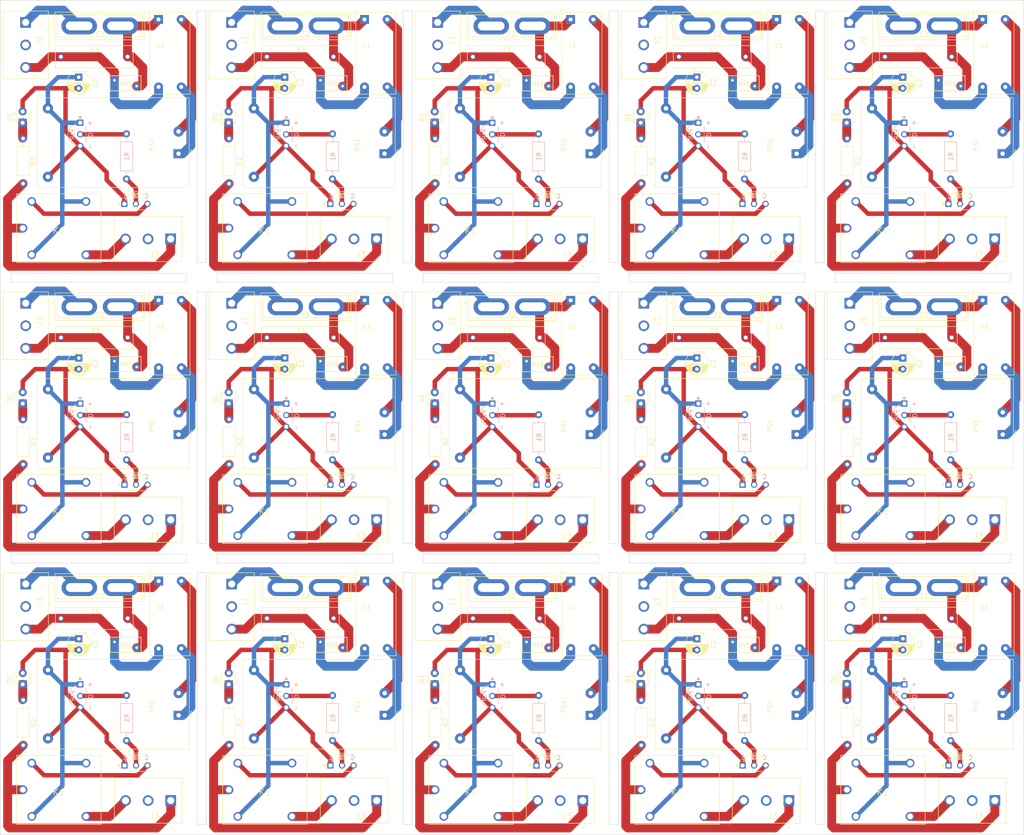
<source format=kicad_pcb>
(kicad_pcb (version 20211014) (generator pcbnew)
  (title_block (title "detecteur de presence") (date "2023-08-16") (rev "v01") (company "MVP"))
  (layers (0 "F.Cu" signal) (31 "B.Cu" signal) (34 "B.Paste" user) (35 "F.Paste" user) (36 "B.SilkS" user "B.Silkscreen") (37 "F.SilkS" user "F.Silkscreen") (38 "B.Mask" user) (39 "F.Mask" user) (44 "Edge.Cuts" user))
  (net 0 "")
  (net 1 "Net-(C1-Pad1)")
  (net 2 "Net-(C1-Pad2)")
  (net 3 "VCC")
  (net 4 "GND")
  (net 5 "Net-(J3-Pad1)")
  (net 6 "Net-(F2-Pad1)")
  (net 9 "Net-(J3-Pad3)")
  (net 10 "Net-(K1-PadCOIL2)")
  (net 11 "Net-(L1-Pad2)")
  (net 12 "Net-(L1-Pad4)")
  (net 13 "Net-(R1-Pad2)")
  (net 14 "Net-(R1-Pad1)")
  (net 15 "Net-(D1-Pad1)")
  (footprint "Fuse:Fuse_Blade_ATO_directSolder" (layer "F.Cu") (at 241.66 110.39)
    (fp_text reference "F2")
    (fp_text value "Fuse")
  )
  (footprint "Resistor_THT:R_Axial_DIN0207_L6.3mm_D2.5mm_P10.16mm_Horizontal" (layer "F.Cu") (at 229.04 135.73 -90)
    (fp_text reference "R2")
    (fp_text value "220 Ohms")
  )
  (footprint "TB004-3BE:CUI_TB004-508-03BE" (layer "F.Cu") (at 275.94 46.36 -90)
    (fp_text reference "J1")
    (fp_text value "TB004-508-03BE")
  )
  (footprint "Inductor_THT:Choke_Schaffner_RN202-04-8.8x18.2mm" (layer "F.Cu") (at 213.155 172.155)
    (fp_text reference "L1")
    (fp_text value "SCR47-350-1R6C016J")
  )
  (footprint "TB004-3BE:CUI_TB004-508-03BE" (layer "F.Cu") (at 169.48 95.1175 180)
    (fp_text reference "J3")
    (fp_text value "TB004-508-03BE")
  )
  (footprint "Fuse:Fuse_Blade_ATO_directSolder" (layer "F.Cu") (at 148.9 47.16)
    (fp_text reference "F2")
    (fp_text value "Fuse")
  )
  (footprint "LED_THT:LED_D3.0mm" (layer "F.Cu") (at 182.57 132.195 90)
    (fp_text reference "D1")
    (fp_text value "LED")
  )
  (footprint "Resistor_THT:R_Axial_DIN0207_L6.3mm_D2.5mm_P10.16mm_Horizontal" (layer "F.Cu") (at 229.0425 198.9525 -90)
    (fp_text reference "R2")
    (fp_text value "220 Ohms")
  )
  (footprint "Converter_ACDC:Converter_ACDC_HiLink_HLK-PMxx" (layer "F.Cu") (at 264.0225 202.3825 180)
    (fp_text reference "PS1")
    (fp_text value "HLK-PM01")
  )
  (footprint "Inductor_THT:Choke_Schaffner_RN202-04-8.8x18.2mm" (layer "F.Cu") (at 259.5225 108.9225)
    (fp_text reference "L1")
    (fp_text value "SCR47-350-1R6C016J")
  )
  (footprint "Varistor:RV_Disc_D7mm_W3.4mm_P5mm" (layer "F.Cu") (at 203.19 59.42)
    (fp_text reference "RV1")
    (fp_text value "10D561k")
  )
  (footprint "Fuse:Fuse_Blade_ATO_directSolder" (layer "F.Cu") (at 287.99 47.16)
    (fp_text reference "F2")
    (fp_text value "Fuse")
  )
  (footprint "LED_THT:LED_D3.0mm" (layer "F.Cu") (at 275.29 132.185 90)
    (fp_text reference "D1")
    (fp_text value "LED")
  )
  (footprint "Varistor:RV_Disc_D7mm_W3.4mm_P5mm" (layer "F.Cu") (at 156.82 59.41)
    (fp_text reference "RV1")
    (fp_text value "10D561k")
  )
  (footprint "Inductor_THT:Choke_Schaffner_RN202-04-8.8x18.2mm" (layer "F.Cu") (at 305.8725 108.9225)
    (fp_text reference "L1")
    (fp_text value "SCR47-350-1R6C016J")
  )
  (footprint "Inductor_THT:Choke_Schaffner_RN202-04-8.8x18.2mm" (layer "F.Cu") (at 166.7625 45.6925)
    (fp_text reference "L1")
    (fp_text value "SCR47-350-1R6C016J")
  )
  (footprint "Inductor_THT:Choke_Schaffner_RN202-04-8.8x18.2mm" (layer "F.Cu") (at 120.435 172.145)
    (fp_text reference "L1")
    (fp_text value "SCR47-350-1R6C016J")
  )
  (footprint "Transistor NPN:TO-92" (layer "F.Cu") (at 254.41 87.22)
    (fp_text reference "Q1")
    (fp_text value "LP395Z/NOPB")
  )
  (footprint "JQC-3F-1C-24VDC:RELAY_JQC-3F-1C-24VDC" (layer "F.Cu") (at 144.3425 219.1425 180)
    (fp_text reference "K1")
    (fp_text value "JQC-3F-1C-24VDC")
  )
  (footprint "Resistor_THT:R_Axial_DIN0207_L6.3mm_D2.5mm_P10.16mm_Horizontal" (layer "F.Cu") (at 182.65 72.51 -90)
    (fp_text reference "R2")
    (fp_text value "220 Ohms")
  )
  (footprint "TB004-3BE:CUI_TB004-508-03BE" (layer "F.Cu") (at 262.2425 221.57 180)
    (fp_text reference "J3")
    (fp_text value "TB004-508-03BE")
  )
  (footprint "Varistor:RV_Disc_D7mm_W3.4mm_P5mm" (layer "F.Cu") (at 295.91 59.41)
    (fp_text reference "RV1")
    (fp_text value "10D561k")
  )
  (footprint "Fuse:Fuse_Blade_ATO_directSolder" (layer "F.Cu") (at 241.64 47.16)
    (fp_text reference "F2")
    (fp_text value "Fuse")
  )
  (footprint "Resistor_THT:R_Axial_DIN0207_L6.3mm_D2.5mm_P10.16mm_Horizontal" (layer "F.Cu") (at 229.02 72.5 -90)
    (fp_text reference "R2")
    (fp_text value "220 Ohms")
  )
  (footprint "JQC-3F-1C-24VDC:RELAY_JQC-3F-1C-24VDC" (layer "F.Cu") (at 237.0825 219.1425 180)
    (fp_text reference "K1")
    (fp_text value "JQC-3F-1C-24VDC")
  )
  (footprint "Varistor:RV_Disc_D7mm_W3.4mm_P5mm" (layer "F.Cu") (at 203.2125 185.8725)
    (fp_text reference "RV1")
    (fp_text value "10D561k")
  )
  (footprint "Safety Capacitor:CAPRR1500W60L1750T500H1200" (layer "F.Cu") (at 105.95 117.33)
    (fp_text reference "C1")
    (fp_text value "0.1uF/2715Vac")
  )
  (footprint "TB004-3BE:CUI_TB004-508-03BE" (layer "F.Cu") (at 123.1525 221.57 180)
    (fp_text reference "J3")
    (fp_text value "TB004-508-03BE")
  )
  (footprint "Capacitor_THT:CP_Radial_D5.0mm_P2.50mm" (layer "F.Cu") (at 287.9125 185.147388 -90)
    (fp_text reference "C2")
    (fp_text value "220uF")
  )
  (footprint "Resistor_THT:R_Axial_DIN0207_L6.3mm_D2.5mm_P10.16mm_Horizontal" (layer "F.Cu") (at 136.28 72.5 -90)
    (fp_text reference "R2")
    (fp_text value "220 Ohms")
  )
  (footprint "LED_THT:LED_D3.0mm" (layer "F.Cu") (at 275.2925 195.4075 90)
    (fp_text reference "D1")
    (fp_text value "LED")
  )
  (footprint "Varistor:RV_Disc_D7mm_W3.4mm_P5mm" (layer "F.Cu") (at 249.58 122.64)
    (fp_text reference "RV1")
    (fp_text value "10D561k")
  )
  (footprint "TB004-3BE:CUI_TB004-508-03BE" (layer "F.Cu") (at 123.15 158.3475 180)
    (fp_text reference "J3")
    (fp_text value "TB004-508-03BE")
  )
  (footprint "Capacitor_THT:CP_Radial_D5.0mm_P2.50mm" (layer "F.Cu") (at 241.56 121.924888 -90)
    (fp_text reference "C2")
    (fp_text value "220uF")
  )
  (footprint "Transistor NPN:TO-92" (layer "F.Cu") (at 115.34 150.45)
    (fp_text reference "Q1")
    (fp_text value "LP395Z/NOPB")
  )
  (footprint "LED_THT:LED_D3.0mm" (layer "F.Cu") (at 275.27 68.955 90)
    (fp_text reference "D1")
    (fp_text value "LED")
  )
  (footprint "TB004-3BE:CUI_TB004-508-03BE" (layer "F.Cu") (at 262.24 158.3475 180)
    (fp_text reference "J3")
    (fp_text value "TB004-508-03BE")
  )
  (footprint "Fuse:Fuse_Blade_ATO_directSolder" (layer "F.Cu") (at 102.55 47.16)
    (fp_text reference "F2")
    (fp_text value "Fuse")
  )
  (footprint "JQC-3F-1C-24VDC:RELAY_JQC-3F-1C-24VDC" (layer "F.Cu") (at 97.9925 219.1425 180)
    (fp_text reference "K1")
    (fp_text value "JQC-3F-1C-24VDC")
  )
  (footprint "Varistor:RV_Disc_D7mm_W3.4mm_P5mm" (layer "F.Cu") (at 110.49 122.64)
    (fp_text reference "RV1")
    (fp_text value "10D561k")
  )
  (footprint "JQC-3F-1C-24VDC:RELAY_JQC-3F-1C-24VDC" (layer "F.Cu") (at 283.41 92.69 180)
    (fp_text reference "K1")
    (fp_text value "JQC-3F-1C-24VDC")
  )
  (footprint "LED_THT:LED_D3.0mm" (layer "F.Cu") (at 136.18 68.955 90)
    (fp_text reference "D1")
    (fp_text value "LED")
  )
  (footprint "Resistor_THT:R_Axial_DIN0207_L6.3mm_D2.5mm_P10.16mm_Horizontal" (layer "F.Cu") (at 182.67 135.74 -90)
    (fp_text reference "R2")
    (fp_text value "220 Ohms")
  )
  (footprint "Converter_ACDC:Converter_ACDC_HiLink_HLK-PMxx" (layer "F.Cu") (at 264 75.93 180)
    (fp_text reference "PS1")
    (fp_text value "HLK-PM01")
  )
  (footprint "Safety Capacitor:CAPRR1500W60L1750T500H1200" (layer "F.Cu") (at 152.3025 180.5525)
    (fp_text reference "C1")
    (fp_text value "0.1uF/2715Vac")
  )
  (footprint "Transistor NPN:TO-92" (layer "F.Cu") (at 300.76 87.22)
    (fp_text reference "Q1")
    (fp_text value "LP395Z/NOPB")
  )
  (footprint "Inductor_THT:Choke_Schaffner_RN202-04-8.8x18.2mm" (layer "F.Cu") (at 259.525 172.145)
    (fp_text reference "L1")
    (fp_text value "SCR47-350-1R6C016J")
  )
  (footprint "LED_THT:LED_D3.0mm" (layer "F.Cu") (at 182.5725 195.4175 90)
    (fp_text reference "D1")
    (fp_text value "LED")
  )
  (footprint "Capacitor_THT:CP_Radial_D5.0mm_P2.50mm" (layer "F.Cu") (at 287.91 121.924888 -90)
    (fp_text reference "C2")
    (fp_text value "220uF")
  )
  (footprint "Converter_ACDC:Converter_ACDC_HiLink_HLK-PMxx" (layer "F.Cu") (at 264.02 139.16 180)
    (fp_text reference "PS1")
    (fp_text value "HLK-PM01")
  )
  (footprint "Inductor_THT:Choke_Schaffner_RN202-04-8.8x18.2mm" (layer "F.Cu") (at 305.8525 45.6925)
    (fp_text reference "L1")
    (fp_text value "SCR47-350-1R6C016J")
  )
  (footprint "JQC-3F-1C-24VDC:RELAY_JQC-3F-1C-24VDC" (layer "F.Cu") (at 144.32 92.69 180)
    (fp_text reference "K1")
    (fp_text value "JQC-3F-1C-24VDC")
  )
  (footprint "TB004-3BE:CUI_TB004-508-03BE" (layer "F.Cu") (at 169.5 158.3475 180)
    (fp_text reference "J3")
    (fp_text value "TB004-508-03BE")
  )
  (footprint "TB004-3BE:CUI_TB004-508-03BE" (layer "F.Cu") (at 215.8725 221.58 180)
    (fp_text reference "J3")
    (fp_text value "TB004-508-03BE")
  )
  (footprint "Transistor NPN:TO-92" (layer "F.Cu") (at 161.69 150.45)
    (fp_text reference "Q1")
    (fp_text value "LP395Z/NOPB")
  )
  (footprint "Inductor_THT:Choke_Schaffner_RN202-04-8.8x18.2mm" (layer "F.Cu") (at 166.7825 108.9225)
    (fp_text reference "L1")
    (fp_text value "SCR47-350-1R6C016J")
  )
  (footprint "Fuse:Fuse_Blade_ATO_directSolder" (layer "F.Cu") (at 288.0125 173.6125)
    (fp_text reference "F2")
    (fp_text value "Fuse")
  )
  (footprint "Transistor NPN:TO-92" (layer "F.Cu") (at 115.32 87.22)
    (fp_text reference "Q1")
    (fp_text value "LP395Z/NOPB")
  )
  (footprint "Varistor:RV_Disc_D7mm_W3.4mm_P5mm" (layer "F.Cu") (at 110.4925 185.8625)
    (fp_text reference "RV1")
    (fp_text value "10D561k")
  )
  (footprint "Capacitor_THT:CP_Radial_D5.0mm_P2.50mm" (layer "F.Cu") (at 241.54 58.694888 -90)
    (fp_text reference "C2")
    (fp_text value "220uF")
  )
  (footprint "Transistor NPN:TO-92" (layer "F.Cu") (at 254.4325 213.6725)
    (fp_text reference "Q1")
    (fp_text value "LP395Z/NOPB")
  )
  (footprint "Capacitor_THT:CP_Radial_D5.0mm_P2.50mm" (layer "F.Cu") (at 102.45 58.694888 -90)
    (fp_text reference "C2")
    (fp_text value "220uF")
  )
  (footprint "Safety Capacitor:CAPRR1500W60L1750T500H1200" (layer "F.Cu") (at 291.3925 180.5525)
    (fp_text reference "C1")
    (fp_text value "0.1uF/2715Vac")
  )
  (footprint "Resistor_THT:R_Axial_DIN0207_L6.3mm_D2.5mm_P10.16mm_Horizontal" (layer "F.Cu") (at 275.37 72.5 -90)
    (fp_text reference "R2")
    (fp_text value "220 Ohms")
  )
  (footprint "TB004-3BE:CUI_TB004-508-03BE" (layer "F.Cu") (at 229.6125 172.8125 -90)
    (fp_text reference "J1")
    (fp_text value "TB004-508-03BE")
  )
  (footprint "LED_THT:LED_D3.0mm" (layer "F.Cu") (at 89.8525 195.4075 90)
    (fp_text reference "D1")
    (fp_text value "LED")
  )
  (footprint "TB004-3BE:CUI_TB004-508-03BE" (layer "F.Cu") (at 308.59 158.3475 180)
    (fp_text reference "J3")
    (fp_text value "TB004-508-03BE")
  )
  (footprint "Inductor_THT:Choke_Schaffner_RN202-04-8.8x18.2mm" (layer "F.Cu") (at 305.875 172.145)
    (fp_text reference "L1")
    (fp_text value "SCR47-350-1R6C016J")
  )
  (footprint "Inductor_THT:Choke_Schaffner_RN202-04-8.8x18.2mm" (layer "F.Cu") (at 120.4125 45.6925)
    (fp_text reference "L1")
    (fp_text value "SCR47-350-1R6C016J")
  )
  (footprint "Varistor:RV_Disc_D7mm_W3.4mm_P5mm" (layer "F.Cu") (at 156.8425 185.8625)
    (fp_text reference "RV1")
    (fp_text value "10D561k")
  )
  (footprint "Fuse:Fuse_Blade_ATO_directSolder" (layer "F.Cu") (at 195.29 110.4)
    (fp_text reference "F2")
    (fp_text value "Fuse")
  )
  (footprint "Resistor_THT:R_Axial_DIN0207_L6.3mm_D2.5mm_P10.16mm_Horizontal" (layer "F.Cu") (at 89.95 135.73 -90)
    (fp_text reference "R2")
    (fp_text value "220 Ohms")
  )
  (footprint "TB004-3BE:CUI_TB004-508-03BE" (layer "F.Cu") (at 90.52 109.59 -90)
    (fp_text reference "J1")
    (fp_text value "TB004-508-03BE")
  )
  (footprint "Converter_ACDC:Converter_ACDC_HiLink_HLK-PMxx" (layer "F.Cu") (at 124.91 75.93 180)
    (fp_text reference "PS1")
    (fp_text value "HLK-PM01")
  )
  (footprint "Varistor:RV_Disc_D7mm_W3.4mm_P5mm" (layer "F.Cu") (at 110.47 59.41)
    (fp_text reference "RV1")
    (fp_text value "10D561k")
  )
  (footprint "Fuse:Fuse_Blade_ATO_directSolder" (layer "F.Cu") (at 195.2925 173.6225)
    (fp_text reference "F2")
    (fp_text value "Fuse")
  )
  (footprint "LED_THT:LED_D3.0mm" (layer "F.Cu") (at 228.94 132.185 90)
    (fp_text reference "D1")
    (fp_text value "LED")
  )
  (footprint "Capacitor_THT:CP_Radial_D5.0mm_P2.50mm" (layer "F.Cu") (at 102.47 121.924888 -90)
    (fp_text reference "C2")
    (fp_text value "220uF")
  )
  (footprint "LED_THT:LED_D3.0mm" (layer "F.Cu") (at 182.55 68.965 90)
    (fp_text reference "D1")
    (fp_text value "LED")
  )
  (footprint "JQC-3F-1C-24VDC:RELAY_JQC-3F-1C-24VDC" (layer "F.Cu") (at 97.97 92.69 180)
    (fp_text reference "K1")
    (fp_text value "JQC-3F-1C-24VDC")
  )
  (footprint "Fuse:Fuse_Blade_ATO_directSolder" (layer "F.Cu") (at 241.6625 173.6125)
    (fp_text reference "F2")
    (fp_text value "Fuse")
  )
  (footprint "TB004-3BE:CUI_TB004-508-03BE" (layer "F.Cu") (at 90.5225 172.8125 -90)
    (fp_text reference "J1")
    (fp_text value "TB004-508-03BE")
  )
  (footprint "JQC-3F-1C-24VDC:RELAY_JQC-3F-1C-24VDC" (layer "F.Cu") (at 283.4325 219.1425 180)
    (fp_text reference "K1")
    (fp_text value "JQC-3F-1C-24VDC")
  )
  (footprint "TB004-3BE:CUI_TB004-508-03BE" (layer "F.Cu") (at 183.24 109.6 -90)
    (fp_text reference "J1")
    (fp_text value "TB004-508-03BE")
  )
  (footprint "JQC-3F-1C-24VDC:RELAY_JQC-3F-1C-24VDC" (layer "F.Cu") (at 190.71 155.93 180)
    (fp_text reference "K1")
    (fp_text value "JQC-3F-1C-24VDC")
  )
  (footprint "Converter_ACDC:Converter_ACDC_HiLink_HLK-PMxx" (layer "F.Cu") (at 171.28 139.16 180)
    (fp_text reference "PS1")
    (fp_text value "HLK-PM01")
  )
  (footprint "Fuse:Fuse_Blade_ATO_directSolder" (layer "F.Cu") (at 148.92 110.39)
    (fp_text reference "F2")
    (fp_text value "Fuse")
  )
  (footprint "Fuse:Fuse_Blade_ATO_directSolder" (layer "F.Cu") (at 102.5725 173.6125)
    (fp_text reference "F2")
    (fp_text value "Fuse")
  )
  (footprint "Inductor_THT:Choke_Schaffner_RN202-04-8.8x18.2mm" (layer "F.Cu") (at 120.4325 108.9225)
    (fp_text reference "L1")
    (fp_text value "SCR47-350-1R6C016J")
  )
  (footprint "Converter_ACDC:Converter_ACDC_HiLink_HLK-PMxx" (layer "F.Cu") (at 124.93 139.16 180)
    (fp_text reference "PS1")
    (fp_text value "HLK-PM01")
  )
  (footprint "Inductor_THT:Choke_Schaffner_RN202-04-8.8x18.2mm" (layer "F.Cu") (at 213.1325 45.7025)
    (fp_text reference "L1")
    (fp_text value "SCR47-350-1R6C016J")
  )
  (footprint "TB004-3BE:CUI_TB004-508-03BE" (layer "F.Cu") (at 183.22 46.37 -90)
    (fp_text reference "J1")
    (fp_text value "TB004-508-03BE")
  )
  (footprint "Varistor:RV_Disc_D7mm_W3.4mm_P5mm" (layer "F.Cu") (at 203.21 122.65)
    (fp_text reference "RV1")
    (fp_text value "10D561k")
  )
  (footprint "Capacitor_THT:CP_Radial_D5.0mm_P2.50mm" (layer "F.Cu") (at 195.19 121.934888 -90)
    (fp_text reference "C2")
    (fp_text value "220uF")
  )
  (footprint "TB004-3BE:CUI_TB004-508-03BE" (layer "F.Cu") (at 229.59 46.36 -90)
    (fp_text reference "J1")
    (fp_text value "TB004-508-03BE")
  )
  (footprint "JQC-3F-1C-24VDC:RELAY_JQC-3F-1C-24VDC" (layer "F.Cu") (at 237.08 155.92 180)
    (fp_text reference "K1")
    (fp_text value "JQC-3F-1C-24VDC")
  )
  (footprint "Capacitor_THT:CP_Radial_D5.0mm_P2.50mm" (layer "F.Cu") (at 102.4725 185.147388 -90)
    (fp_text reference "C2")
    (fp_text value "220uF")
  )
  (footprint "TB004-3BE:CUI_TB004-508-03BE" (layer "F.Cu") (at 183.2425 172.8225 -90)
    (fp_text reference "J1")
    (fp_text value "TB004-508-03BE")
  )
  (footprint "TB004-3BE:CUI_TB004-508-03BE" (layer "F.Cu") (at 123.13 95.1175 180)
    (fp_text reference "J3")
    (fp_text value "TB004-508-03BE")
  )
  (footprint "JQC-3F-1C-24VDC:RELAY_JQC-3F-1C-24VDC" (layer "F.Cu") (at 144.34 155.92 180)
    (fp_text reference "K1")
    (fp_text value "JQC-3F-1C-24VDC")
  )
  (footprint "Varistor:RV_Disc_D7mm_W3.4mm_P5mm" (layer "F.Cu") (at 295.93 122.64)
    (fp_text reference "RV1")
    (fp_text value "10D561k")
  )
  (footprint "TB004-3BE:CUI_TB004-508-03BE" (layer "F.Cu") (at 275.96 109.59 -90)
    (fp_text reference "J1")
    (fp_text value "TB004-508-03BE")
  )
  (footprint "Converter_ACDC:Converter_ACDC_HiLink_HLK-PMxx" (layer "F.Cu") (at 217.6525 202.3925 180)
    (fp_text reference "PS1")
    (fp_text value "HLK-PM01")
  )
  (footprint "Safety Capacitor:CAPRR1500W60L1750T500H1200" (layer "F.Cu") (at 245.04 117.33)
    (fp_text reference "C1")
    (fp_text value "0.1uF/2715Vac")
  )
  (footprint "Varistor:RV_Disc_D7mm_W3.4mm_P5mm" (layer "F.Cu") (at 249.5825 185.8625)
    (fp_text reference "RV1")
    (fp_text value "10D561k")
  )
  (footprint "Safety Capacitor:CAPRR1500W60L1750T500H1200" (layer "F.Cu") (at 291.37 54.1)
    (fp_text reference "C1")
    (fp_text value "0.1uF/2715Vac")
  )
  (footprint "LED_THT:LED_D3.0mm" (layer "F.Cu") (at 228.9425 195.4075 90)
    (fp_text reference "D1")
    (fp_text value "LED")
  )
  (footprint "Safety Capacitor:CAPRR1500W60L1750T500H1200" (layer "F.Cu") (at 105.9525 180.5525)
    (fp_text reference "C1")
    (fp_text value "0.1uF/2715Vac")
  )
  (footprint "TB004-3BE:CUI_TB004-508-03BE" (layer "F.Cu") (at 215.85 95.1275 180)
    (fp_text reference "J3")
    (fp_text value "TB004-508-03BE")
  )
  (footprint "TB004-3BE:CUI_TB004-508-03BE" (layer "F.Cu") (at 262.22 95.1175 180)
    (fp_text reference "J3")
    (fp_text value "TB004-508-03BE")
  )
  (footprint "LED_THT:LED_D3.0mm" (layer "F.Cu") (at 228.92 68.955 90)
    (fp_text reference "D1")
    (fp_text value "LED")
  )
  (footprint "Converter_ACDC:Converter_ACDC_HiLink_HLK-PMxx" (layer "F.Cu") (at 310.37 139.16 180)
    (fp_text reference "PS1")
    (fp_text value "HLK-PM01")
  )
  (footprint "Capacitor_THT:CP_Radial_D5.0mm_P2.50mm" (layer "F.Cu") (at 195.17 58.704888 -90)
    (fp_text reference "C2")
    (fp_text value "220uF")
  )
  (footprint "Safety Capacitor:CAPRR1500W60L1750T500H1200" (layer "F.Cu") (at 105.93 54.1)
    (fp_text reference "C1")
    (fp_text value "0.1uF/2715Vac")
  )
  (footprint "Fuse:Fuse_Blade_ATO_directSolder" (layer "F.Cu") (at 102.57 110.39)
    (fp_text reference "F2")
    (fp_text value "Fuse")
  )
  (footprint "Safety Capacitor:CAPRR1500W60L1750T500H1200" (layer "F.Cu") (at 198.65 54.11)
    (fp_text reference "C1")
    (fp_text value "0.1uF/2715Vac")
  )
  (footprint "Safety Capacitor:CAPRR1500W60L1750T500H1200" (layer "F.Cu") (at 198.6725 180.5625)
    (fp_text reference "C1")
    (fp_text value "0.1uF/2715Vac")
  )
  (footprint "LED_THT:LED_D3.0mm" (layer "F.Cu") (at 136.2 132.185 90)
    (fp_text reference "D1")
    (fp_text value "LED")
  )
  (footprint "Capacitor_THT:CP_Radial_D5.0mm_P2.50mm" (layer "F.Cu") (at 287.89 58.694888 -90)
    (fp_text reference "C2")
    (fp_text value "220uF")
  )
  (footprint "Resistor_THT:R_Axial_DIN0207_L6.3mm_D2.5mm_P10.16mm_Horizontal" (layer "F.Cu") (at 136.3025 198.9525 -90)
    (fp_text reference "R2")
    (fp_text value "220 Ohms")
  )
  (footprint "Resistor_THT:R_Axial_DIN0207_L6.3mm_D2.5mm_P10.16mm_Horizontal" (layer "F.Cu") (at 275.39 135.73 -90)
    (fp_text reference "R2")
    (fp_text value "220 Ohms")
  )
  (footprint "Resistor_THT:R_Axial_DIN0207_L6.3mm_D2.5mm_P10.16mm_Horizontal" (layer "F.Cu") (at 136.3 135.73 -90)
    (fp_text reference "R2")
    (fp_text value "220 Ohms")
  )
  (footprint "TB004-3BE:CUI_TB004-508-03BE" (layer "F.Cu") (at 136.85 46.36 -90)
    (fp_text reference "J1")
    (fp_text value "TB004-508-03BE")
  )
  (footprint "LED_THT:LED_D3.0mm" (layer "F.Cu") (at 89.85 132.185 90)
    (fp_text reference "D1")
    (fp_text value "LED")
  )
  (footprint "TB004-3BE:CUI_TB004-508-03BE" (layer "F.Cu") (at 169.5025 221.57 180)
    (fp_text reference "J3")
    (fp_text value "TB004-508-03BE")
  )
  (footprint "Resistor_THT:R_Axial_DIN0207_L6.3mm_D2.5mm_P10.16mm_Horizontal" (layer "F.Cu") (at 182.6725 198.9625 -90)
    (fp_text reference "R2")
    (fp_text value "220 Ohms")
  )
  (footprint "Resistor_THT:R_Axial_DIN0207_L6.3mm_D2.5mm_P10.16mm_Horizontal" (layer "F.Cu") (at 89.9525 198.9525 -90)
    (fp_text reference "R2")
    (fp_text value "220 Ohms")
  )
  (footprint "LED_THT:LED_D3.0mm" (layer "F.Cu") (at 89.83 68.955 90)
    (fp_text reference "D1")
    (fp_text value "LED")
  )
  (footprint "Capacitor_THT:CP_Radial_D5.0mm_P2.50mm" (layer "F.Cu") (at 148.8225 185.147388 -90)
    (fp_text reference "C2")
    (fp_text value "220uF")
  )
  (footprint "Capacitor_THT:CP_Radial_D5.0mm_P2.50mm" (layer "F.Cu") (at 195.1925 185.157388 -90)
    (fp_text reference "C2")
    (fp_text value "220uF")
  )
  (footprint "Transistor NPN:TO-92" (layer "F.Cu") (at 208.0625 213.6825)
    (fp_text reference "Q1")
    (fp_text value "LP395Z/NOPB")
  )
  (footprint "Transistor NPN:TO-92" (layer "F.Cu") (at 161.6925 213.6725)
    (fp_text reference "Q1")
    (fp_text value "LP395Z/NOPB")
  )
  (footprint "Transistor NPN:TO-92" (layer "F.Cu") (at 208.04 87.23)
    (fp_text reference "Q1")
    (fp_text value "LP395Z/NOPB")
  )
  (footprint "Varistor:RV_Disc_D7mm_W3.4mm_P5mm" (layer "F.Cu") (at 156.84 122.64)
    (fp_text reference "RV1")
    (fp_text value "10D561k")
  )
  (footprint "TB004-3BE:CUI_TB004-508-03BE" (layer "F.Cu") (at 215.87 158.3575 180)
    (fp_text reference "J3")
    (fp_text value "TB004-508-03BE")
  )
  (footprint "Resistor_THT:R_Axial_DIN0207_L6.3mm_D2.5mm_P10.16mm_Horizontal" (layer "F.Cu") (at 275.3925 198.9525 -90)
    (fp_text reference "R2")
    (fp_text value "220 Ohms")
  )
  (footprint "TB004-3BE:CUI_TB004-508-03BE" (layer "F.Cu") (at 229.61 109.59 -90)
    (fp_text reference "J1")
    (fp_text value "TB004-508-03BE")
  )
  (footprint "Converter_ACDC:Converter_ACDC_HiLink_HLK-PMxx" (layer "F.Cu") (at 217.65 139.17 180)
    (fp_text reference "PS1")
    (fp_text value "HLK-PM01")
  )
  (footprint "TB004-3BE:CUI_TB004-508-03BE" (layer "F.Cu") (at 308.5925 221.57 180)
    (fp_text reference "J3")
    (fp_text value "TB004-508-03BE")
  )
  (footprint "TB004-3BE:CUI_TB004-508-03BE" (layer "F.Cu") (at 308.57 95.1175 180)
    (fp_text reference "J3")
    (fp_text value "TB004-508-03BE")
  )
  (footprint "JQC-3F-1C-24VDC:RELAY_JQC-3F-1C-24VDC" (layer "F.Cu") (at 190.7125 219.1525 180)
    (fp_text reference "K1")
    (fp_text value "JQC-3F-1C-24VDC")
  )
  (footprint "Resistor_THT:R_Axial_DIN0207_L6.3mm_D2.5mm_P10.16mm_Horizontal" (layer "F.Cu") (at 89.93 72.5 -90)
    (fp_text reference "R2")
    (fp_text value "220 Ohms")
  )
  (footprint "Inductor_THT:Choke_Schaffner_RN202-04-8.8x18.2mm" (layer "F.Cu") (at 213.1525 108.9325)
    (fp_text reference "L1")
    (fp_text value "SCR47-350-1R6C016J")
  )
  (footprint "Safety Capacitor:CAPRR1500W60L1750T500H1200" (layer "F.Cu") (at 245.02 54.1)
    (fp_text reference "C1")
    (fp_text value "0.1uF/2715Vac")
  )
  (footprint "Converter_ACDC:Converter_ACDC_HiLink_HLK-PMxx" (layer "F.Cu") (at 310.35 75.93 180)
    (fp_text reference "PS1")
    (fp_text value "HLK-PM01")
  )
  (footprint "Transistor NPN:TO-92" (layer "F.Cu") (at 115.3425 213.6725)
    (fp_text reference "Q1")
    (fp_text value "LP395Z/NOPB")
  )
  (footprint "Converter_ACDC:Converter_ACDC_HiLink_HLK-PMxx" (layer "F.Cu") (at 124.9325 202.3825 180)
    (fp_text reference "PS1")
    (fp_text value "HLK-PM01")
  )
  (footprint "Inductor_THT:Choke_Schaffner_RN202-04-8.8x18.2mm" (layer "F.Cu") (at 259.5025 45.6925)
    (fp_text reference "L1")
    (fp_text value "SCR47-350-1R6C016J")
  )
  (footprint "Fuse:Fuse_Blade_ATO_directSolder" (layer "F.Cu") (at 288.01 110.39)
    (fp_text reference "F2")
    (fp_text value "Fuse")
  )
  (footprint "Transistor NPN:TO-92" (layer "F.Cu") (at 300.7825 213.6725)
    (fp_text reference "Q1")
    (fp_text value "LP395Z/NOPB")
  )
  (footprint "JQC-3F-1C-24VDC:RELAY_JQC-3F-1C-24VDC" (layer "F.Cu") (at 97.99 155.92 180)
    (fp_text reference "K1")
    (fp_text value "JQC-3F-1C-24VDC")
  )
  (footprint "Safety Capacitor:CAPRR1500W60L1750T500H1200" (layer "F.Cu") (at 245.0425 180.5525)
    (fp_text reference "C1")
    (fp_text value "0.1uF/2715Vac")
  )
  (footprint "Varistor:RV_Disc_D7mm_W3.4mm_P5mm" (layer "F.Cu") (at 249.56 59.41)
    (fp_text reference "RV1")
    (fp_text value "10D561k")
  )
  (footprint "Safety Capacitor:CAPRR1500W60L1750T500H1200" (layer "F.Cu") (at 198.67 117.34)
    (fp_text reference "C1")
    (fp_text value "0.1uF/2715Vac")
  )
  (footprint "Safety Capacitor:CAPRR1500W60L1750T500H1200" (layer "F.Cu") (at 152.3 117.33)
    (fp_text reference "C1")
    (fp_text value "0.1uF/2715Vac")
  )
  (footprint "Safety Capacitor:CAPRR1500W60L1750T500H1200" (layer "F.Cu") (at 291.39 117.33)
    (fp_text reference "C1")
    (fp_text value "0.1uF/2715Vac")
  )
  (footprint "TB004-3BE:CUI_TB004-508-03BE" (layer "F.Cu") (at 136.8725 172.8125 -90)
    (fp_text reference "J1")
    (fp_text value "TB004-508-03BE")
  )
  (footprint "Converter_ACDC:Converter_ACDC_HiLink_HLK-PMxx" (layer "F.Cu") (at 171.2825 202.3825 180)
    (fp_text reference "PS1")
    (fp_text value "HLK-PM01")
  )
  (footprint "Capacitor_THT:CP_Radial_D5.0mm_P2.50mm" (layer "F.Cu") (at 148.8 58.694888 -90)
    (fp_text reference "C2")
    (fp_text value "220uF")
  )
  (footprint "Varistor:RV_Disc_D7mm_W3.4mm_P5mm" (layer "F.Cu") (at 295.9325 185.8625)
    (fp_text reference "RV1")
    (fp_text value "10D561k")
  )
  (footprint "JQC-3F-1C-24VDC:RELAY_JQC-3F-1C-24VDC" (layer "F.Cu") (at 237.06 92.69 180)
    (fp_text reference "K1")
    (fp_text value "JQC-3F-1C-24VDC")
  )
  (footprint "TB004-3BE:CUI_TB004-508-03BE" (layer "F.Cu") (at 136.87 109.59 -90)
    (fp_text reference "J1")
    (fp_text value "TB004-508-03BE")
  )
  (footprint "TB004-3BE:CUI_TB004-508-03BE" (layer "F.Cu") (at 275.9625 172.8125 -90)
    (fp_text reference "J1")
    (fp_text value "TB004-508-03BE")
  )
  (footprint "Transistor NPN:TO-92" (layer "F.Cu") (at 254.43 150.45)
    (fp_text reference "Q1")
    (fp_text value "LP395Z/NOPB")
  )
  (footprint "JQC-3F-1C-24VDC:RELAY_JQC-3F-1C-24VDC" (layer "F.Cu") (at 283.43 155.92 180)
    (fp_text reference "K1")
    (fp_text value "JQC-3F-1C-24VDC")
  )
  (footprint "LED_THT:LED_D3.0mm" (layer "F.Cu") (at 136.2025 195.4075 90)
    (fp_text reference "D1")
    (fp_text value "LED")
  )
  (footprint "Fuse:Fuse_Blade_ATO_directSolder" (layer "F.Cu") (at 148.9225 173.6125)
    (fp_text reference "F2")
    (fp_text value "Fuse")
  )
  (footprint "TB004-3BE:CUI_TB004-508-03BE" (layer "F.Cu") (at 90.5 46.36 -90)
    (fp_text reference "J1")
    (fp_text value "TB004-508-03BE")
  )
  (footprint "Transistor NPN:TO-92" (layer "F.Cu") (at 161.67 87.22)
    (fp_text reference "Q1")
    (fp_text value "LP395Z/NOPB")
  )
  (footprint "Capacitor_THT:CP_Radial_D5.0mm_P2.50mm" (layer "F.Cu") (at 148.82 121.924888 -90)
    (fp_text reference "C2")
    (fp_text value "220uF")
  )
  (footprint "Transistor NPN:TO-92" (layer "F.Cu") (at 208.06 150.46)
    (fp_text reference "Q1")
    (fp_text value "LP395Z/NOPB")
  )
  (footprint "Converter_ACDC:Converter_ACDC_HiLink_HLK-PMxx" (layer "F.Cu") (at 171.26 75.93 180)
    (fp_text reference "PS1")
    (fp_text value "HLK-PM01")
  )
  (footprint "Converter_ACDC:Converter_ACDC_HiLink_HLK-PMxx" (layer "F.Cu") (at 217.63 75.94 180)
    (fp_text reference "PS1")
    (fp_text value "HLK-PM01")
  )
  (footprint "Transistor NPN:TO-92" (layer "F.Cu") (at 300.78 150.45)
    (fp_text reference "Q1")
    (fp_text value "LP395Z/NOPB")
  )
  (footprint "Converter_ACDC:Converter_ACDC_HiLink_HLK-PMxx" (layer "F.Cu") (at 310.3725 202.3825 180)
    (fp_text reference "PS1")
    (fp_text value "HLK-PM01")
  )
  (footprint "Capacitor_THT:CP_Radial_D5.0mm_P2.50mm" (layer "F.Cu") (at 241.5625 185.147388 -90)
    (fp_text reference "C2")
    (fp_text value "220uF")
  )
  (footprint "JQC-3F-1C-24VDC:RELAY_JQC-3F-1C-24VDC" (layer "F.Cu") (at 190.69 92.7 180)
    (fp_text reference "K1")
    (fp_text value "JQC-3F-1C-24VDC")
  )
  (footprint "Fuse:Fuse_Blade_ATO_directSolder" (layer "F.Cu") (at 195.27 47.17)
    (fp_text reference "F2")
    (fp_text value "Fuse")
  )
  (footprint "Safety Capacitor:CAPRR1500W60L1750T500H1200" (layer "F.Cu") (at 152.28 54.1)
    (fp_text reference "C1")
    (fp_text value "0.1uF/2715Vac")
  )
  (footprint "Inductor_THT:Choke_Schaffner_RN202-04-8.8x18.2mm" (layer "F.Cu") (at 166.785 172.145)
    (fp_text reference "L1")
    (fp_text value "SCR47-350-1R6C016J")
  )
  (footprint "Resistor_THT:R_Axial_DIN0207_L6.3mm_D2.5mm_P10.16mm_Horizontal" (layer "B.Cu") (at 159.54 71.46 -90)
    (fp_text reference "R1")
    (fp_text value "220 Ohms")
  )
  (footprint "Resistor_THT:R_Axial_DIN0207_L6.3mm_D2.5mm_P10.16mm_Horizontal" (layer "B.Cu") (at 113.21 134.69 -90)
    (fp_text reference "R1")
    (fp_text value "220 Ohms")
  )
  (footprint "Transistor NPN:TO-92" (layer "B.Cu") (at 102.7975 198.02 -90)
    (fp_text reference "J2")
    (fp_text value "PIR")
  )
  (footprint "Resistor_THT:R_Axial_DIN0207_L6.3mm_D2.5mm_P10.16mm_Horizontal" (layer "B.Cu") (at 205.91 71.47 -90)
    (fp_text reference "R1")
    (fp_text value "220 Ohms")
  )
  (footprint "Transistor NPN:TO-92" (layer "B.Cu") (at 149.145 134.7975 -90)
    (fp_text reference "J2")
    (fp_text value "PIR")
  )
  (footprint "Transistor NPN:TO-92" (layer "B.Cu") (at 241.885 134.7975 -90)
    (fp_text reference "J2")
    (fp_text value "PIR")
  )
  (footprint "Transistor NPN:TO-92" (layer "B.Cu") (at 102.775 71.5675 -90)
    (fp_text reference "J2")
    (fp_text value "PIR")
  )
  (footprint "Resistor_THT:R_Axial_DIN0207_L6.3mm_D2.5mm_P10.16mm_Horizontal" (layer "B.Cu") (at 252.28 71.46 -90)
    (fp_text reference "R1")
    (fp_text value "220 Ohms")
  )
  (footprint "Transistor NPN:TO-92" (layer "B.Cu") (at 241.8875 198.02 -90)
    (fp_text reference "J2")
    (fp_text value "PIR")
  )
  (footprint "Transistor NPN:TO-92" (layer "B.Cu") (at 149.1475 198.02 -90)
    (fp_text reference "J2")
    (fp_text value "PIR")
  )
  (footprint "Transistor NPN:TO-92" (layer "B.Cu") (at 195.515 134.8075 -90)
    (fp_text reference "J2")
    (fp_text value "PIR")
  )
  (footprint "Resistor_THT:R_Axial_DIN0207_L6.3mm_D2.5mm_P10.16mm_Horizontal" (layer "B.Cu") (at 298.65 134.69 -90)
    (fp_text reference "R1")
    (fp_text value "220 Ohms")
  )
  (footprint "Resistor_THT:R_Axial_DIN0207_L6.3mm_D2.5mm_P10.16mm_Horizontal" (layer "B.Cu") (at 252.3025 197.9125 -90)
    (fp_text reference "R1")
    (fp_text value "220 Ohms")
  )
  (footprint "Resistor_THT:R_Axial_DIN0207_L6.3mm_D2.5mm_P10.16mm_Horizontal" (layer "B.Cu") (at 298.6525 197.9125 -90)
    (fp_text reference "R1")
    (fp_text value "220 Ohms")
  )
  (footprint "Transistor NPN:TO-92" (layer "B.Cu") (at 102.795 134.7975 -90)
    (fp_text reference "J2")
    (fp_text value "PIR")
  )
  (footprint "Transistor NPN:TO-92" (layer "B.Cu") (at 241.865 71.5675 -90)
    (fp_text reference "J2")
    (fp_text value "PIR")
  )
  (footprint "Resistor_THT:R_Axial_DIN0207_L6.3mm_D2.5mm_P10.16mm_Horizontal" (layer "B.Cu") (at 159.56 134.69 -90)
    (fp_text reference "R1")
    (fp_text value "220 Ohms")
  )
  (footprint "Resistor_THT:R_Axial_DIN0207_L6.3mm_D2.5mm_P10.16mm_Horizontal" (layer "B.Cu") (at 113.2125 197.9125 -90)
    (fp_text reference "R1")
    (fp_text value "220 Ohms")
  )
  (footprint "Resistor_THT:R_Axial_DIN0207_L6.3mm_D2.5mm_P10.16mm_Horizontal" (layer "B.Cu") (at 205.9325 197.9225 -90)
    (fp_text reference "R1")
    (fp_text value "220 Ohms")
  )
  (footprint "Resistor_THT:R_Axial_DIN0207_L6.3mm_D2.5mm_P10.16mm_Horizontal" (layer "B.Cu") (at 205.93 134.7 -90)
    (fp_text reference "R1")
    (fp_text value "220 Ohms")
  )
  (footprint "Resistor_THT:R_Axial_DIN0207_L6.3mm_D2.5mm_P10.16mm_Horizontal" (layer "B.Cu") (at 298.63 71.46 -90)
    (fp_text reference "R1")
    (fp_text value "220 Ohms")
  )
  (footprint "Resistor_THT:R_Axial_DIN0207_L6.3mm_D2.5mm_P10.16mm_Horizontal" (layer "B.Cu") (at 113.19 71.46 -90)
    (fp_text reference "R1")
    (fp_text value "220 Ohms")
  )
  (footprint "Resistor_THT:R_Axial_DIN0207_L6.3mm_D2.5mm_P10.16mm_Horizontal" (layer "B.Cu") (at 159.5625 197.9125 -90)
    (fp_text reference "R1")
    (fp_text value "220 Ohms")
  )
  (footprint "Transistor NPN:TO-92" (layer "B.Cu") (at 288.235 134.7975 -90)
    (fp_text reference "J2")
    (fp_text value "PIR")
  )
  (footprint "Transistor NPN:TO-92" (layer "B.Cu") (at 195.5175 198.03 -90)
    (fp_text reference "J2")
    (fp_text value "PIR")
  )
  (footprint "Transistor NPN:TO-92" (layer "B.Cu") (at 195.495 71.5775 -90)
    (fp_text reference "J2")
    (fp_text value "PIR")
  )
  (footprint "Transistor NPN:TO-92" (layer "B.Cu") (at 288.215 71.5675 -90)
    (fp_text reference "J2")
    (fp_text value "PIR")
  )
  (footprint "Transistor NPN:TO-92" (layer "B.Cu") (at 288.2375 198.02 -90)
    (fp_text reference "J2")
    (fp_text value "PIR")
  )
  (footprint "Transistor NPN:TO-92" (layer "B.Cu") (at 149.125 71.5675 -90)
    (fp_text reference "J2")
    (fp_text value "PIR")
  )
  (footprint "Resistor_THT:R_Axial_DIN0207_L6.3mm_D2.5mm_P10.16mm_Horizontal" (layer "B.Cu") (at 252.3 134.69 -90)
    (fp_text reference "R1")
    (fp_text value "220 Ohms")
  )
  (gr_rect (start 272.68 166.1) (end 312.17 168.1) (layer "Edge.Cuts") (width 0.1) (fill none))
  (gr_rect (start 133.57 102.87) (end 173.06 104.87) (layer "Edge.Cuts") (width 0.1) (fill none))
  (gr_rect (start 272.66 102.87) (end 312.15 104.87) (layer "Edge.Cuts") (width 0.1) (fill none))
  (gr_rect (start 268.22 107) (end 270.22 163.7) (layer "Edge.Cuts") (width 0.1) (fill none))
  (gr_rect (start 129.13 107) (end 131.13 163.7) (layer "Edge.Cuts") (width 0.1) (fill none))
  (gr_rect (start 84.7825 41.37) (end 315.13 229.3025) (layer "Edge.Cuts") (width 0.1) (fill none))
  (gr_rect (start 179.96 166.11) (end 219.45 168.11) (layer "Edge.Cuts") (width 0.1) (fill none))
  (gr_rect (start 175.46 43.77) (end 177.46 100.47) (layer "Edge.Cuts") (width 0.1) (fill none))
  (gr_rect (start 175.4825 170.2225) (end 177.4825 226.9225) (layer "Edge.Cuts") (width 0.1) (fill none))
  (gr_rect (start 87.22 102.87) (end 126.71 104.87) (layer "Edge.Cuts") (width 0.1) (fill none))
  (gr_rect (start 129.11 43.77) (end 131.11 100.47) (layer "Edge.Cuts") (width 0.1) (fill none))
  (gr_rect (start 129.1325 170.2225) (end 131.1325 226.9225) (layer "Edge.Cuts") (width 0.1) (fill none))
  (gr_rect (start 226.33 166.1) (end 265.82 168.1) (layer "Edge.Cuts") (width 0.1) (fill none))
  (gr_rect (start 221.8525 170.2325) (end 223.8525 226.9325) (layer "Edge.Cuts") (width 0.1) (fill none))
  (gr_rect (start 221.85 107.01) (end 223.85 163.71) (layer "Edge.Cuts") (width 0.1) (fill none))
  (gr_rect (start 268.2225 170.2225) (end 270.2225 226.9225) (layer "Edge.Cuts") (width 0.1) (fill none))
  (gr_rect (start 221.83 43.78) (end 223.83 100.48) (layer "Edge.Cuts") (width 0.1) (fill none))
  (gr_rect (start 133.59 166.1) (end 173.08 168.1) (layer "Edge.Cuts") (width 0.1) (fill none))
  (gr_rect (start 268.2 43.77) (end 270.2 100.47) (layer "Edge.Cuts") (width 0.1) (fill none))
  (gr_rect (start 175.48 107) (end 177.48 163.7) (layer "Edge.Cuts") (width 0.1) (fill none))
  (gr_rect (start 179.94 102.88) (end 219.43 104.88) (layer "Edge.Cuts") (width 0.1) (fill none))
  (gr_rect (start 226.31 102.87) (end 265.8 104.87) (layer "Edge.Cuts") (width 0.1) (fill none))
  (gr_rect (start 87.24 166.1) (end 126.73 168.1) (layer "Edge.Cuts") (width 0.1) (fill none))
  (gr_text "-  D  +" (at 290.5 71.64 270) (layer "B.SilkS") (effects (font (size 1 1)) (justify mirror)))
  (gr_text "C  B  E" (at 300.65 148.67) (layer "B.SilkS") (effects (font (size 1 1)) (justify mirror)))
  (gr_text "-  D  +" (at 151.41 71.64 270) (layer "B.SilkS") (effects (font (size 1 1)) (justify mirror)))
  (gr_text "-  D  +" (at 151.43 134.87 270) (layer "B.SilkS") (effects (font (size 1 1)) (justify mirror)))
  (gr_text "-  D  +" (at 197.78 71.65 270) (layer "B.SilkS") (effects (font (size 1 1)) (justify mirror)))
  (gr_text "C  B  E" (at 254.28 85.44) (layer "B.SilkS") (effects (font (size 1 1)) (justify mirror)))
  (gr_text "C  B  E" (at 115.2125 211.8925) (layer "B.SilkS") (effects (font (size 1 1)) (justify mirror)))
  (gr_text "C  B  E" (at 254.3 148.67) (layer "B.SilkS") (effects (font (size 1 1)) (justify mirror)))
  (gr_text "C  B  E" (at 161.5625 211.8925) (layer "B.SilkS") (effects (font (size 1 1)) (justify mirror)))
  (gr_text "-  D  +" (at 151.4325 198.0925 270) (layer "B.SilkS") (effects (font (size 1 1)) (justify mirror)))
  (gr_text "-  D  +" (at 105.08 134.87 270) (layer "B.SilkS") (effects (font (size 1 1)) (justify mirror)))
  (gr_text "-  D  +" (at 197.8025 198.1025 270) (layer "B.SilkS") (effects (font (size 1 1)) (justify mirror)))
  (gr_text "-  D  +" (at 290.5225 198.0925 270) (layer "B.SilkS") (effects (font (size 1 1)) (justify mirror)))
  (gr_text "C  B  E" (at 207.93 148.68) (layer "B.SilkS") (effects (font (size 1 1)) (justify mirror)))
  (gr_text "-  D  +" (at 197.8 134.88 270) (layer "B.SilkS") (effects (font (size 1 1)) (justify mirror)))
  (gr_text "-  D  +" (at 244.15 71.64 270) (layer "B.SilkS") (effects (font (size 1 1)) (justify mirror)))
  (gr_text "C  B  E" (at 115.19 85.44) (layer "B.SilkS") (effects (font (size 1 1)) (justify mirror)))
  (gr_text "C  B  E" (at 300.6525 211.8925) (layer "B.SilkS") (effects (font (size 1 1)) (justify mirror)))
  (gr_text "C  B  E" (at 161.54 85.44) (layer "B.SilkS") (effects (font (size 1 1)) (justify mirror)))
  (gr_text "C  B  E" (at 207.9325 211.9025) (layer "B.SilkS") (effects (font (size 1 1)) (justify mirror)))
  (gr_text "C  B  E" (at 115.21 148.67) (layer "B.SilkS") (effects (font (size 1 1)) (justify mirror)))
  (gr_text "C  B  E" (at 300.63 85.44) (layer "B.SilkS") (effects (font (size 1 1)) (justify mirror)))
  (gr_text "C  B  E" (at 207.91 85.45) (layer "B.SilkS") (effects (font (size 1 1)) (justify mirror)))
  (gr_text "-  D  +" (at 244.17 134.87 270) (layer "B.SilkS") (effects (font (size 1 1)) (justify mirror)))
  (gr_text "C  B  E" (at 161.56 148.67) (layer "B.SilkS") (effects (font (size 1 1)) (justify mirror)))
  (gr_text "C  B  E" (at 254.3025 211.8925) (layer "B.SilkS") (effects (font (size 1 1)) (justify mirror)))
  (gr_text "-  D  +" (at 105.06 71.64 270) (layer "B.SilkS") (effects (font (size 1 1)) (justify mirror)))
  (gr_text "-  D  +" (at 290.52 134.87 270) (layer "B.SilkS") (effects (font (size 1 1)) (justify mirror)))
  (gr_text "-  D  +" (at 244.1725 198.0925 270) (layer "B.SilkS") (effects (font (size 1 1)) (justify mirror)))
  (gr_text "-  D  +" (at 105.0825 198.0925 270) (layer "B.SilkS") (effects (font (size 1 1)) (justify mirror)))
  (segment (start 139.93 56.52) (end 142.35 54.1) (width 2) (layer "F.Cu") (net 1))
  (segment (start 199.78 54.11) (end 203.19 57.52) (width 2) (layer "F.Cu") (net 1))
  (segment (start 139.95 119.75) (end 142.37 117.33) (width 2) (layer "F.Cu") (net 1))
  (segment (start 136.87 119.75) (end 139.95 119.75) (width 2) (layer "F.Cu") (net 1))
  (segment (start 283.87 54.1) (end 292.5 54.1) (width 2) (layer "F.Cu") (net 1))
  (segment (start 237.5425 180.5525) (end 246.1725 180.5525) (width 2) (layer "F.Cu") (net 1))
  (segment (start 96.02 117.33) (end 98.45 117.33) (width 2) (layer "F.Cu") (net 1))
  (segment (start 188.7425 180.5625) (end 191.1725 180.5625) (width 2) (layer "F.Cu") (net 1))
  (segment (start 142.37 117.33) (end 144.8 117.33) (width 2) (layer "F.Cu") (net 1))
  (segment (start 186.3 56.53) (end 188.72 54.11) (width 2) (layer "F.Cu") (net 1))
  (segment (start 246.17 117.33) (end 249.58 120.74) (width 2) (layer "F.Cu") (net 1))
  (segment (start 237.52 54.1) (end 246.15 54.1) (width 2) (layer "F.Cu") (net 1))
  (segment (start 191.15 54.11) (end 199.78 54.11) (width 2) (layer "F.Cu") (net 1))
  (segment (start 229.61 119.75) (end 232.69 119.75) (width 2) (layer "F.Cu") (net 1))
  (segment (start 186.32 119.76) (end 188.74 117.34) (width 2) (layer "F.Cu") (net 1))
  (segment (start 279.04 119.75) (end 281.46 117.33) (width 2) (layer "F.Cu") (net 1))
  (segment (start 156.84 120.74) (end 156.84 122.64) (width 2) (layer "F.Cu") (net 1))
  (segment (start 232.6925 182.9725) (end 235.1125 180.5525) (width 2) (layer "F.Cu") (net 1))
  (segment (start 275.96 119.75) (end 279.04 119.75) (width 2) (layer "F.Cu") (net 1))
  (segment (start 183.2425 182.9825) (end 186.3225 182.9825) (width 2) (layer "F.Cu") (net 1))
  (segment (start 295.9325 183.9625) (end 295.9325 185.8625) (width 2) (layer "F.Cu") (net 1))
  (segment (start 292.5225 180.5525) (end 295.9325 183.9625) (width 2) (layer "F.Cu") (net 1))
  (segment (start 110.47 57.51) (end 110.47 59.41) (width 2) (layer "F.Cu") (net 1))
  (segment (start 191.17 117.34) (end 199.8 117.34) (width 2) (layer "F.Cu") (net 1))
  (segment (start 156.82 57.51) (end 156.82 59.41) (width 2) (layer "F.Cu") (net 1))
  (segment (start 139.9525 182.9725) (end 142.3725 180.5525) (width 2) (layer "F.Cu") (net 1))
  (segment (start 281.44 54.1) (end 283.87 54.1) (width 2) (layer "F.Cu") (net 1))
  (segment (start 199.8 117.34) (end 203.21 120.75) (width 2) (layer "F.Cu") (net 1))
  (segment (start 203.21 120.75) (end 203.21 122.65) (width 2) (layer "F.Cu") (net 1))
  (segment (start 295.91 57.51) (end 295.91 59.41) (width 2) (layer "F.Cu") (net 1))
  (segment (start 188.74 117.34) (end 191.17 117.34) (width 2) (layer "F.Cu") (net 1))
  (segment (start 144.8 117.33) (end 153.43 117.33) (width 2) (layer "F.Cu") (net 1))
  (segment (start 235.11 117.33) (end 237.54 117.33) (width 2) (layer "F.Cu") (net 1))
  (segment (start 295.93 120.74) (end 295.93 122.64) (width 2) (layer "F.Cu") (net 1))
  (segment (start 90.5 56.52) (end 93.58 56.52) (width 2) (layer "F.Cu") (net 1))
  (segment (start 203.2125 183.9725) (end 203.2125 185.8725) (width 2) (layer "F.Cu") (net 1))
  (segment (start 246.15 54.1) (end 249.56 57.51) (width 2) (layer "F.Cu") (net 1))
  (segment (start 249.5825 183.9625) (end 249.5825 185.8625) (width 2) (layer "F.Cu") (net 1))
  (segment (start 96 54.1) (end 98.43 54.1) (width 2) (layer "F.Cu") (net 1))
  (segment (start 142.3725 180.5525) (end 144.8025 180.5525) (width 2) (layer "F.Cu") (net 1))
  (segment (start 183.24 119.76) (end 186.32 119.76) (width 2) (layer "F.Cu") (net 1))
  (segment (start 107.06 54.1) (end 110.47 57.51) (width 2) (layer "F.Cu") (net 1))
  (segment (start 96.0225 180.5525) (end 98.4525 180.5525) (width 2) (layer "F.Cu") (net 1))
  (segment (start 144.8025 180.5525) (end 153.4325 180.5525) (width 2) (layer "F.Cu") (net 1))
  (segment (start 191.1725 180.5625) (end 199.8025 180.5625) (width 2) (layer "F.Cu") (net 1))
  (segment (start 249.56 57.51) (end 249.56 59.41) (width 2) (layer "F.Cu") (net 1))
  (segment (start 153.4325 180.5525) (end 156.8425 183.9625) (width 2) (layer "F.Cu") (net 1))
  (segment (start 156.8425 183.9625) (end 156.8425 185.8625) (width 2) (layer "F.Cu") (net 1))
  (segment (start 186.3225 182.9825) (end 188.7425 180.5625) (width 2) (layer "F.Cu") (net 1))
  (segment (start 203.19 57.52) (end 203.19 59.42) (width 2) (layer "F.Cu") (net 1))
  (segment (start 90.52 119.75) (end 93.6 119.75) (width 2) (layer "F.Cu") (net 1))
  (segment (start 93.6025 182.9725) (end 96.0225 180.5525) (width 2) (layer "F.Cu") (net 1))
  (segment (start 153.41 54.1) (end 156.82 57.51) (width 2) (layer "F.Cu") (net 1))
  (segment (start 281.46 117.33) (end 283.89 117.33) (width 2) (layer "F.Cu") (net 1))
  (segment (start 246.1725 180.5525) (end 249.5825 183.9625) (width 2) (layer "F.Cu") (net 1))
  (segment (start 110.4925 183.9625) (end 110.4925 185.8625) (width 2) (layer "F.Cu") (net 1))
  (segment (start 199.8025 180.5625) (end 203.2125 183.9725) (width 2) (layer "F.Cu") (net 1))
  (segment (start 292.52 117.33) (end 295.93 120.74) (width 2) (layer "F.Cu") (net 1))
  (segment (start 153.43 117.33) (end 156.84 120.74) (width 2) (layer "F.Cu") (net 1))
  (segment (start 107.08 117.33) (end 110.49 120.74) (width 2) (layer "F.Cu") (net 1))
  (segment (start 275.9625 182.9725) (end 279.0425 182.9725) (width 2) (layer "F.Cu") (net 1))
  (segment (start 93.58 56.52) (end 96 54.1) (width 2) (layer "F.Cu") (net 1))
  (segment (start 93.6 119.75) (end 96.02 117.33) (width 2) (layer "F.Cu") (net 1))
  (segment (start 136.8725 182.9725) (end 139.9525 182.9725) (width 2) (layer "F.Cu") (net 1))
  (segment (start 275.94 56.52) (end 279.02 56.52) (width 2) (layer "F.Cu") (net 1))
  (segment (start 98.43 54.1) (end 107.06 54.1) (width 2) (layer "F.Cu") (net 1))
  (segment (start 90.5225 182.9725) (end 93.6025 182.9725) (width 2) (layer "F.Cu") (net 1))
  (segment (start 107.0825 180.5525) (end 110.4925 183.9625) (width 2) (layer "F.Cu") (net 1))
  (segment (start 110.49 120.74) (end 110.49 122.64) (width 2) (layer "F.Cu") (net 1))
  (segment (start 292.5 54.1) (end 295.91 57.51) (width 2) (layer "F.Cu") (net 1))
  (segment (start 183.22 56.53) (end 186.3 56.53) (width 2) (layer "F.Cu") (net 1))
  (segment (start 283.89 117.33) (end 292.52 117.33) (width 2) (layer "F.Cu") (net 1))
  (segment (start 279.0425 182.9725) (end 281.4625 180.5525) (width 2) (layer "F.Cu") (net 1))
  (segment (start 142.35 54.1) (end 144.78 54.1) (width 2) (layer "F.Cu") (net 1))
  (segment (start 229.6125 182.9725) (end 232.6925 182.9725) (width 2) (layer "F.Cu") (net 1))
  (segment (start 281.4625 180.5525) (end 283.8925 180.5525) (width 2) (layer "F.Cu") (net 1))
  (segment (start 232.69 119.75) (end 235.11 117.33) (width 2) (layer "F.Cu") (net 1))
  (segment (start 229.59 56.52) (end 232.67 56.52) (width 2) (layer "F.Cu") (net 1))
  (segment (start 249.58 120.74) (end 249.58 122.64) (width 2) (layer "F.Cu") (net 1))
  (segment (start 188.72 54.11) (end 191.15 54.11) (width 2) (layer "F.Cu") (net 1))
  (segment (start 235.09 54.1) (end 237.52 54.1) (width 2) (layer "F.Cu") (net 1))
  (segment (start 237.54 117.33) (end 246.17 117.33) (width 2) (layer "F.Cu") (net 1))
  (segment (start 279.02 56.52) (end 281.44 54.1) (width 2) (layer "F.Cu") (net 1))
  (segment (start 98.45 117.33) (end 107.08 117.33) (width 2) (layer "F.Cu") (net 1))
  (segment (start 136.85 56.52) (end 139.93 56.52) (width 2) (layer "F.Cu") (net 1))
  (segment (start 232.67 56.52) (end 235.09 54.1) (width 2) (layer "F.Cu") (net 1))
  (segment (start 144.78 54.1) (end 153.41 54.1) (width 2) (layer "F.Cu") (net 1))
  (segment (start 98.4525 180.5525) (end 107.0825 180.5525) (width 2) (layer "F.Cu") (net 1))
  (segment (start 235.1125 180.5525) (end 237.5425 180.5525) (width 2) (layer "F.Cu") (net 1))
  (segment (start 283.8925 180.5525) (end 292.5225 180.5525) (width 2) (layer "F.Cu") (net 1))
  (segment (start 211.06 128.13) (end 213.1525 126.0375) (width 2) (layer "B.Cu") (net 1))
  (segment (start 249.58 122.64) (end 249.58 127) (width 2) (layer "B.Cu") (net 1))
  (segment (start 295.9325 190.2225) (end 297.0525 191.3425) (width 2) (layer "B.Cu") (net 1))
  (segment (start 257.43 128.12) (end 259.5225 126.0275) (width 2) (layer "B.Cu") (net 1))
  (segment (start 203.21 127.01) (end 204.33 128.13) (width 2) (layer "B.Cu") (net 1))
  (segment (start 295.93 127) (end 297.05 128.12) (width 2) (layer "B.Cu") (net 1))
  (segment (start 249.5825 185.8625) (end 249.5825 190.2225) (width 2) (layer "B.Cu") (net 1))
  (segment (start 110.47 59.41) (end 110.47 63.77) (width 2) (layer "B.Cu") (net 1))
  (segment (start 164.67 64.89) (end 166.7625 62.7975) (width 2) (layer "B.Cu") (net 1))
  (segment (start 156.84 127) (end 157.96 128.12) (width 2) (layer "B.Cu") (net 1))
  (segment (start 257.41 64.89) (end 259.5025 62.7975) (width 2) (layer "B.Cu") (net 1))
  (segment (start 110.49 127) (end 111.61 128.12) (width 2) (layer "B.Cu") (net 1))
  (segment (start 120.4325 126.0275) (end 120.4325 124.1225) (width 2) (layer "B.Cu") (net 1))
  (segment (start 257.4325 191.3425) (end 259.525 189.25) (width 2) (layer "B.Cu") (net 1))
  (segment (start 120.435 189.25) (end 120.435 187.345) (width 2) (layer "B.Cu") (net 1))
  (segment (start 110.47 63.77) (end 111.59 64.89) (width 2) (layer "B.Cu") (net 1))
  (segment (start 305.8725 126.0275) (end 305.8725 124.1225) (width 2) (layer "B.Cu") (net 1))
  (segment (start 111.59 64.89) (end 118.32 64.89) (width 2) (layer "B.Cu") (net 1))
  (segment (start 157.94 64.89) (end 164.67 64.89) (width 2) (layer "B.Cu") (net 1))
  (segment (start 203.19 63.78) (end 204.31 64.9) (width 2) (layer "B.Cu") (net 1))
  (segment (start 164.6925 191.3425) (end 166.785 189.25) (width 2) (layer "B.Cu") (net 1))
  (segment (start 156.84 122.64) (end 156.84 127) (width 2) (layer "B.Cu") (net 1))
  (segment (start 295.91 59.41) (end 295.91 63.77) (width 2) (layer "B.Cu") (net 1))
  (segment (start 166.7625 62.7975) (end 166.7625 60.8925) (width 2) (layer "B.Cu") (net 1))
  (segment (start 203.2125 190.2325) (end 204.3325 191.3525) (width 2) (layer "B.Cu") (net 1))
  (segment (start 295.93 122.64) (end 295.93 127) (width 2) (layer "B.Cu") (net 1))
  (segment (start 110.4925 190.2225) (end 111.6125 191.3425) (width 2) (layer "B.Cu") (net 1))
  (segment (start 156.8425 190.2225) (end 157.9625 191.3425) (width 2) (layer "B.Cu") (net 1))
  (segment (start 166.785 189.25) (end 166.785 187.345) (width 2) (layer "B.Cu") (net 1))
  (segment (start 259.525 189.25) (end 259.525 187.345) (width 2) (layer "B.Cu") (net 1))
  (segment (start 305.875 189.25) (end 305.875 187.345) (width 2) (layer "B.Cu") (net 1))
  (segment (start 111.6125 191.3425) (end 118.3425 191.3425) (width 2) (layer "B.Cu") (net 1))
  (segment (start 203.2125 185.8725) (end 203.2125 190.2325) (width 2) (layer "B.Cu") (net 1))
  (segment (start 110.4925 185.8625) (end 110.4925 190.2225) (width 2) (layer "B.Cu") (net 1))
  (segment (start 303.78 128.12) (end 305.8725 126.0275) (width 2) (layer "B.Cu") (net 1))
  (segment (start 211.04 64.9) (end 213.1325 62.8075) (width 2) (layer "B.Cu") (net 1))
  (segment (start 156.8425 185.8625) (end 156.8425 190.2225) (width 2) (layer "B.Cu") (net 1))
  (segment (start 259.5025 62.7975) (end 259.5025 60.8925) (width 2) (layer "B.Cu") (net 1))
  (segment (start 249.56 63.77) (end 250.68 64.89) (width 2) (layer "B.Cu") (net 1))
  (segment (start 118.34 128.12) (end 120.4325 126.0275) (width 2) (layer "B.Cu") (net 1))
  (segment (start 295.91 63.77) (end 297.03 64.89) (width 2) (layer "B.Cu") (net 1))
  (segment (start 249.58 127) (end 250.7 128.12) (width 2) (layer "B.Cu") (net 1))
  (segment (start 297.03 64.89) (end 303.76 64.89) (width 2) (layer "B.Cu") (net 1))
  (segment (start 297.0525 191.3425) (end 303.7825 191.3425) (width 2) (layer "B.Cu") (net 1))
  (segment (start 204.33 128.13) (end 211.06 128.13) (width 2) (layer "B.Cu") (net 1))
  (segment (start 259.5225 126.0275) (end 259.5225 124.1225) (width 2) (layer "B.Cu") (net 1))
  (segment (start 203.21 122.65) (end 203.21 127.01) (width 2) (layer "B.Cu") (net 1))
  (segment (start 213.155 189.26) (end 213.155 187.355) (width 2) (layer "B.Cu") (net 1))
  (segment (start 249.56 59.41) (end 249.56 63.77) (width 2) (layer "B.Cu") (net 1))
  (segment (start 295.9325 185.8625) (end 295.9325 190.2225) (width 2) (layer "B.Cu") (net 1))
  (segment (start 303.7825 191.3425) (end 305.875 189.25) (width 2) (layer "B.Cu") (net 1))
  (segment (start 156.82 63.77) (end 157.94 64.89) (width 2) (layer "B.Cu") (net 1))
  (segment (start 250.68 64.89) (end 257.41 64.89) (width 2) (layer "B.Cu") (net 1))
  (segment (start 250.7025 191.3425) (end 257.4325 191.3425) (width 2) (layer "B.Cu") (net 1))
  (segment (start 204.31 64.9) (end 211.04 64.9) (width 2) (layer "B.Cu") (net 1))
  (segment (start 166.7825 126.0275) (end 166.7825 124.1225) (width 2) (layer "B.Cu") (net 1))
  (segment (start 305.8525 62.7975) (end 305.8525 60.8925) (width 2) (layer "B.Cu") (net 1))
  (segment (start 156.82 59.41) (end 156.82 63.77) (width 2) (layer "B.Cu") (net 1))
  (segment (start 250.7 128.12) (end 257.43 128.12) (width 2) (layer "B.Cu") (net 1))
  (segment (start 111.61 128.12) (end 118.34 128.12) (width 2) (layer "B.Cu") (net 1))
  (segment (start 120.4125 62.7975) (end 120.4125 60.8925) (width 2) (layer "B.Cu") (net 1))
  (segment (start 118.3425 191.3425) (end 120.435 189.25) (width 2) (layer "B.Cu") (net 1))
  (segment (start 204.3325 191.3525) (end 211.0625 191.3525) (width 2) (layer "B.Cu") (net 1))
  (segment (start 110.49 122.64) (end 110.49 127) (width 2) (layer "B.Cu") (net 1))
  (segment (start 118.32 64.89) (end 120.4125 62.7975) (width 2) (layer "B.Cu") (net 1))
  (segment (start 203.19 59.42) (end 203.19 63.78) (width 2) (layer "B.Cu") (net 1))
  (segment (start 213.1525 126.0375) (end 213.1525 124.1325) (width 2) (layer "B.Cu") (net 1))
  (segment (start 211.0625 191.3525) (end 213.155 189.26) (width 2) (layer "B.Cu") (net 1))
  (segment (start 157.9625 191.3425) (end 164.6925 191.3425) (width 2) (layer "B.Cu") (net 1))
  (segment (start 213.1325 62.8075) (end 213.1325 60.9025) (width 2) (layer "B.Cu") (net 1))
  (segment (start 297.05 128.12) (end 303.78 128.12) (width 2) (layer "B.Cu") (net 1))
  (segment (start 303.76 64.89) (end 305.8525 62.7975) (width 2) (layer "B.Cu") (net 1))
  (segment (start 164.69 128.12) (end 166.7825 126.0275) (width 2) (layer "B.Cu") (net 1))
  (segment (start 249.5825 190.2225) (end 250.7025 191.3425) (width 2) (layer "B.Cu") (net 1))
  (segment (start 157.96 128.12) (end 164.69 128.12) (width 2) (layer "B.Cu") (net 1))
  (segment (start 163.21 123.47) (end 162.74 123.94) (width 2) (layer "F.Cu") (net 2))
  (segment (start 209.11 123.95) (end 208.21 123.95) (width 2) (layer "F.Cu") (net 2))
  (segment (start 163.21 119.7) (end 163.21 123.47) (width 2) (layer "F.Cu") (net 2))
  (segment (start 255.9525 186.6925) (end 255.4825 187.1625) (width 2) (layer "F.Cu") (net 2))
  (segment (start 206.15 54.11) (end 207.19 54.11) (width 2) (layer "F.Cu") (net 2))
  (segment (start 299.91 54.1) (end 302.28 56.47) (width 2) (layer "F.Cu") (net 2))
  (segment (start 209.5825 182.9325) (end 209.5825 186.7025) (width 2) (layer "F.Cu") (net 2))
  (segment (start 118.965 110.39) (end 120.4325 108.9225) (width 2) (layer "F.Cu") (net 2))
  (segment (start 302.3025 186.6925) (end 301.8325 187.1625) (width 2) (layer "F.Cu") (net 2))
  (segment (start 116.39 123.94) (end 115.49 123.94) (width 2) (layer "F.Cu") (net 2))
  (segment (start 163.2125 182.9225) (end 163.2125 186.6925) (width 2) (layer "F.Cu") (net 2))
  (segment (start 207.2125 180.5625) (end 209.5825 182.9325) (width 2) (layer "F.Cu") (net 2))
  (segment (start 299.9325 180.5525) (end 302.3025 182.9225) (width 2) (layer "F.Cu") (net 2))
  (segment (start 162.72 60.71) (end 161.82 60.71) (width 2) (layer "F.Cu") (net 2))
  (segment (start 250.96 110.39) (end 258.055 110.39) (width 2) (layer "F.Cu") (net 2))
  (segment (start 298.8925 180.5525) (end 298.8925 175.1925) (width 2) (layer "F.Cu") (net 2))
  (segment (start 258.055 110.39) (end 259.5225 108.9225) (width 2) (layer "F.Cu") (net 2))
  (segment (start 206.1725 175.2025) (end 204.5925 173.6225) (width 0.25) (layer "F.Cu") (net 2))
  (segment (start 159.8 111.97) (end 158.22 110.39) (width 0.25) (layer "F.Cu") (net 2))
  (segment (start 165.3175 173.6125) (end 166.785 172.145) (width 2) (layer "F.Cu") (net 2))
  (segment (start 255.48 123.94) (end 254.58 123.94) (width 2) (layer "F.Cu") (net 2))
  (segment (start 206.1725 180.5625) (end 206.1725 175.2025) (width 2) (layer "F.Cu") (net 2))
  (segment (start 301.81 60.71) (end 300.91 60.71) (width 2) (layer "F.Cu") (net 2))
  (segment (start 252.52 54.1) (end 253.56 54.1) (width 2) (layer "F.Cu") (net 2))
  (segment (start 298.8925 180.5525) (end 299.9325 180.5525) (width 2) (layer "F.Cu") (net 2))
  (segment (start 253.56 54.1) (end 255.93 56.47) (width 2) (layer "F.Cu") (net 2))
  (segment (start 255.95 119.7) (end 255.95 123.47) (width 2) (layer "F.Cu") (net 2))
  (segment (start 252.52 54.1) (end 252.52 48.74) (width 2) (layer "F.Cu") (net 2))
  (segment (start 252.54 117.33) (end 253.58 117.33) (width 2) (layer "F.Cu") (net 2))
  (segment (start 116.84 56.47) (end 116.84 60.24) (width 2) (layer "F.Cu") (net 2))
  (segment (start 158.2 47.16) (end 165.295 47.16) (width 2) (layer "F.Cu") (net 2))
  (segment (start 255.95 123.47) (end 255.48 123.94) (width 2) (layer "F.Cu") (net 2))
  (segment (start 113.4525 180.5525) (end 113.4525 175.1925) (width 2) (layer "F.Cu") (net 2))
  (segment (start 116.3925 187.1625) (end 115.4925 187.1625) (width 2) (layer "F.Cu") (net 2))
  (segment (start 158.22 110.39) (end 165.315 110.39) (width 2) (layer "F.Cu") (net 2))
  (segment (start 258.035 47.16) (end 259.5025 45.6925) (width 2) (layer "F.Cu") (net 2))
  (segment (start 298.87 54.1) (end 299.91 54.1) (width 2) (layer "F.Cu") (net 2))
  (segment (start 298.89 117.33) (end 298.89 111.97) (width 2) (layer "F.Cu") (net 2))
  (segment (start 297.3125 173.6125) (end 304.4075 173.6125) (width 2) (layer "F.Cu") (net 2))
  (segment (start 111.87 110.39) (end 118.965 110.39) (width 2) (layer "F.Cu") (net 2))
  (segment (start 113.4525 180.5525) (end 114.4925 180.5525) (width 2) (layer "F.Cu") (net 2))
  (segment (start 302.3 123.47) (end 301.83 123.94) (width 2) (layer "F.Cu") (net 2))
  (segment (start 207.19 54.11) (end 209.56 56.48) (width 2) (layer "F.Cu") (net 2))
  (segment (start 255.93 56.47) (end 255.93 60.24) (width 2) (layer "F.Cu") (net 2))
  (segment (start 159.8025 180.5525) (end 159.8025 175.1925) (width 2) (layer "F.Cu") (net 2))
  (segment (start 158.2225 173.6125) (end 165.3175 173.6125) (width 2) (layer "F.Cu") (net 2))
  (segment (start 113.45 117.33) (end 113.45 111.97) (width 2) (layer "F.Cu") (net 2))
  (segment (start 211.685 110.4) (end 213.1525 108.9325) (width 2) (layer "F.Cu") (net 2))
  (segment (start 297.29 47.16) (end 304.385 47.16) (width 2) (layer "F.Cu") (net 2))
  (segment (start 165.315 110.39) (end 166.7825 108.9225) (width 2) (layer "F.Cu") (net 2))
  (segment (start 298.89 117.33) (end 299.93 117.33) (width 2) (layer "F.Cu") (net 2))
  (segment (start 162.74 123.94) (end 161.84 123.94) (width 2) (layer "F.Cu") (net 2))
  (segment (start 252.54 111.97) (end 250.96 110.39) (width 0.25) (layer "F.Cu") (net 2))
  (segment (start 111.85 47.16) (end 118.945 47.16) (width 2) (layer "F.Cu") (net 2))
  (segment (start 209.1125 187.1725) (end 208.2125 187.1725) (width 2) (layer "F.Cu") (net 2))
  (segment (start 299.93 117.33) (end 302.3 119.7) (width 2) (layer "F.Cu") (net 2))
  (segment (start 163.19 56.47) (end 163.19 60.24) (width 2) (layer "F.Cu") (net 2))
  (segment (start 159.8025 180.5525) (end 160.8425 180.5525) (width 2) (layer "F.Cu") (net 2))
  (segment (start 209.09 60.72) (end 208.19 60.72) (width 2) (layer "F.Cu") (net 2))
  (segment (start 298.87 48.74) (end 297.29 47.16) (width 0.25) (layer "F.Cu") (net 2))
  (segment (start 252.54 117.33) (end 252.54 111.97) (width 2) (layer "F.Cu") (net 2))
  (segment (start 204.57 47.17) (end 211.665 47.17) (width 2) (layer "F.Cu") (net 2))
  (segment (start 114.47 54.1) (end 116.84 56.47) (width 2) (layer "F.Cu") (net 2))
  (segment (start 302.3 119.7) (end 302.3 123.47) (width 2) (layer "F.Cu") (net 2))
  (segment (start 301.83 123.94) (end 300.93 123.94) (width 2) (layer "F.Cu") (net 2))
  (segment (start 209.5825 186.7025) (end 209.1125 187.1725) (width 2) (layer "F.Cu") (net 2))
  (segment (start 113.43 54.1) (end 113.43 48.74) (width 2) (layer "F.Cu") (net 2))
  (segment (start 211.6875 173.6225) (end 213.155 172.155) (width 2) (layer "F.Cu") (net 2))
  (segment (start 297.31 110.39) (end 304.405 110.39) (width 2) (layer "F.Cu") (net 2))
  (segment (start 116.8625 182.9225) (end 116.8625 186.6925) (width 2) (layer "F.Cu") (net 2))
  (segment (start 209.56 60.25) (end 209.09 60.72) (width 2) (layer "F.Cu") (net 2))
  (segment (start 159.78 48.74) (end 158.2 47.16) (width 0.25) (layer "F.Cu") (net 2))
  (segment (start 207.21 117.34) (end 209.58 119.71) (width 2) (layer "F.Cu") (net 2))
  (segment (start 252.5425 175.1925) (end 250.9625 173.6125) (width 0.25) (layer "F.Cu") (net 2))
  (segment (start 302.3025 182.9225) (end 302.3025 186.6925) (width 2) (layer "F.Cu") (net 2))
  (segment (start 160.82 54.1) (end 163.19 56.47) (width 2) (layer "F.Cu") (net 2))
  (segment (start 206.17 117.34) (end 206.17 111.98) (width 2) (layer "F.Cu") (net 2))
  (segment (start 162.7425 187.1625) (end 161.8425 187.1625) (width 2) (layer "F.Cu") (net 2))
  (segment (start 304.4075 173.6125) (end 305.875 172.145) (width 2) (layer "F.Cu") (net 2))
  (segment (start 253.58 117.33) (end 255.95 119.7) (width 2) (layer "F.Cu") (net 2))
  (segment (start 206.1725 180.5625) (end 207.2125 180.5625) (width 2) (layer "F.Cu") (net 2))
  (segment (start 159.78 54.1) (end 160.82 54.1) (width 2) (layer "F.Cu") (net 2))
  (segment (start 255.4825 187.1625) (end 254.5825 187.1625) (width 2) (layer "F.Cu") (net 2))
  (segment (start 301.8325 187.1625) (end 300.9325 187.1625) (width 2) (layer "F.Cu") (net 2))
  (segment (start 116.8625 186.6925) (end 116.3925 187.1625) (width 2) (layer "F.Cu") (net 2))
  (segment (start 116.86 123.47) (end 116.39 123.94) (width 2) (layer "F.Cu") (net 2))
  (segment (start 118.9675 173.6125) (end 120.435 172.145) (width 2) (layer "F.Cu") (net 2))
  (segment (start 298.87 54.1) (end 298.87 48.74) (width 2) (layer "F.Cu") (net 2))
  (segment (start 252.5425 180.5525) (end 252.5425 175.1925) (width 2) (layer "F.Cu") (net 2))
  (segment (start 159.8 117.33) (end 160.84 117.33) (width 2) (layer "F.Cu") (net 2))
  (segment (start 160.8425 180.5525) (end 163.2125 182.9225) (width 2) (layer "F.Cu") (net 2))
  (segment (start 163.2125 186.6925) (end 162.7425 187.1625) (width 2) (layer "F.Cu") (net 2))
  (segment (start 113.43 48.74) (end 111.85 47.16) (width 0.25) (layer "F.Cu") (net 2))
  (segment (start 159.78 54.1) (end 159.78 48.74) (width 2) (layer "F.Cu") (net 2))
  (segment (start 209.58 119.71) (end 209.58 123.48) (width 2) (layer "F.Cu") (net 2))
  (segment (start 250.9625 173.6125) (end 258.0575 173.6125) (width 2) (layer "F.Cu") (net 2))
  (segment (start 253.5825 180.5525) (end 255.9525 182.9225) (width 2) (layer "F.Cu") (net 2))
  (segment (start 304.385 47.16) (end 305.8525 45.6925) (width 2) (layer "F.Cu") (net 2))
  (segment (start 113.43 54.1) (end 114.47 54.1) (width 2) (layer "F.Cu") (net 2))
  (segment (start 160.84 117.33) (end 163.21 119.7) (width 2) (layer "F.Cu") (net 2))
  (segment (start 165.295 47.16) (end 166.7625 45.6925) (width 2) (layer "F.Cu") (net 2))
  (segment (start 304.405 110.39) (end 305.8725 108.9225) (width 2) (layer "F.Cu") (net 2))
  (segment (start 113.45 117.33) (end 114.49 117.33) (width 2) (layer "F.Cu") (net 2))
  (segment (start 209.56 56.48) (end 209.56 60.25) (width 2) (layer "F.Cu") (net 2))
  (segment (start 255.9525 182.9225) (end 255.9525 186.6925) (width 2) (layer "F.Cu") (net 2))
  (segment (start 206.15 54.11) (end 206.15 48.75) (width 2) (layer "F.Cu") (net 2))
  (segment (start 114.4925 180.5525) (end 116.8625 182.9225) (width 2) (layer "F.Cu") (net 2))
  (segment (start 302.28 56.47) (end 302.28 60.24) (width 2) (layer "F.Cu") (net 2))
  (segment (start 206.17 117.34) (end 207.21 117.34) (width 2) (layer "F.Cu") (net 2))
  (segment (start 258.0575 173.6125) (end 259.525 172.145) (width 2) (layer "F.Cu") (net 2))
  (segment (start 252.5425 180.5525) (end 253.5825 180.5525) (width 2) (layer "F.Cu") (net 2))
  (segment (start 116.84 60.24) (end 116.37 60.71) (width 2) (layer "F.Cu") (net 2))
  (segment (start 111.8725 173.6125) (end 118.9675 173.6125) (width 2) (layer "F.Cu") (net 2))
  (segment (start 159.8025 175.1925) (end 158.2225 173.6125) (width 0.25) (layer "F.Cu") (net 2))
  (segment (start 113.45 111.97) (end 111.87 110.39) (width 0.25) (layer "F.Cu") (net 2))
  (segment (start 255.93 60.24) (end 255.46 60.71) (width 2) (layer "F.Cu") (net 2))
  (segment (start 211.665 47.17) (end 213.1325 45.7025) (width 2) (layer "F.Cu") (net 2))
  (segment (start 298.8925 175.1925) (end 297.3125 173.6125) (width 0.25) (layer "F.Cu") (net 2))
  (segment (start 113.4525 175.1925) (end 111.8725 173.6125) (width 0.25) (layer "F.Cu") (net 2))
  (segment (start 204.5925 173.6225) (end 211.6875 173.6225) (width 2) (layer "F.Cu") (net 2))
  (segment (start 252.52 48.74) (end 250.94 47.16) (width 0.25) (layer "F.Cu") (net 2))
  (segment (start 255.46 60.71) (end 254.56 60.71) (width 2) (layer "F.Cu") (net 2))
  (segment (start 116.86 119.7) (end 116.86 123.47) (width 2) (layer "F.Cu") (net 2))
  (segment (start 206.17 111.98) (end 204.59 110.4) (width 0.25) (layer "F.Cu") (net 2))
  (segment (start 298.89 111.97) (end 297.31 110.39) (width 0.25) (layer "F.Cu") (net 2))
  (segment (start 118.945 47.16) (end 120.4125 45.6925) (width 2) (layer "F.Cu") (net 2))
  (segment (start 163.19 60.24) (end 162.72 60.71) (width 2) (layer "F.Cu") (net 2))
  (segment (start 159.8 117.33) (end 159.8 111.97) (width 2) (layer "F.Cu") (net 2))
  (segment (start 206.15 48.75) (end 204.57 47.17) (width 0.25) (layer "F.Cu") (net 2))
  (segment (start 250.94 47.16) (end 258.035 47.16) (width 2) (layer "F.Cu") (net 2))
  (segment (start 114.49 117.33) (end 116.86 119.7) (width 2) (layer "F.Cu") (net 2))
  (segment (start 209.58 123.48) (end 209.11 123.95) (width 2) (layer "F.Cu") (net 2))
  (segment (start 204.59 110.4) (end 211.685 110.4) (width 2) (layer "F.Cu") (net 2))
  (segment (start 116.37 60.71) (end 115.47 60.71) (width 2) (layer "F.Cu") (net 2))
  (segment (start 302.28 60.24) (end 301.81 60.71) (width 2) (layer "F.Cu") (net 2))
  (segment (start 188.25 124.22) (end 190.535112 121.934888) (width 1) (layer "B.Cu") (net 3))
  (segment (start 141.86 65.73) (end 145.0975 68.9675) (width 1) (layer "B.Cu") (net 3))
  (segment (start 98.77 195.42) (end 102.7975 195.42) (width 1) (layer "B.Cu") (net 3))
  (segment (start 98.7675 155.0425) (end 98.7675 149.9575) (width 1) (layer "B.Cu") (net 3))
  (segment (start 234.62 124.21) (end 236.905112 121.924888) (width 1) (layer "B.Cu") (net 3))
  (segment (start 236.907612 185.147388) (end 241.5625 185.147388) (width 1) (layer "B.Cu") (net 3))
  (segment (start 98.7675 149.9575) (end 98.805 149.92) (width 1) (layer "B.Cu") (net 3))
  (segment (start 191.4675 86.7375) (end 191.505 86.7) (width 1) (layer "B.Cu") (net 3))
  (segment (start 242.98 149.92) (end 243.18 149.92) (width 0.25) (layer "B.Cu") (net 3))
  (segment (start 284.1875 91.8125) (end 284.1875 86.7275) (width 1) (layer "B.Cu") (net 3))
  (segment (start 188.25 128.97) (end 188.25 124.22) (width 1) (layer "B.Cu") (net 3))
  (segment (start 98.7475 68.9675) (end 102.775 68.9675) (width 1) (layer "B.Cu") (net 3))
  (segment (start 191.5275 213.1525) (end 196.8125 213.1525) (width 1) (layer "B.Cu") (net 3))
  (segment (start 191.49 218.275) (end 191.49 213.19) (width 1) (layer "B.Cu") (net 3))
  (segment (start 191.4675 91.8225) (end 191.4675 86.7375) (width 1) (layer "B.Cu") (net 3))
  (segment (start 141.88 128.96) (end 145.1175 132.1975) (width 1) (layer "B.Cu") (net 3))
  (segment (start 234.6225 192.1825) (end 237.86 195.42) (width 1) (layer "B.Cu") (net 3))
  (segment (start 91.8925 225.1425) (end 98.77 218.265) (width 1) (layer "B.Cu") (net 3))
  (segment (start 284.1875 68.9675) (end 288.215 68.9675) (width 1) (layer "B.Cu") (net 3))
  (segment (start 237.86 213.18) (end 237.8975 213.1425) (width 1) (layer "B.Cu") (net 3))
  (segment (start 188.23 65.74) (end 188.23 60.99) (width 1) (layer "B.Cu") (net 3))
  (segment (start 145.12 218.265) (end 145.12 213.18) (width 1) (layer "B.Cu") (net 3))
  (segment (start 237.8575 149.9575) (end 237.8575 132.1975) (width 1) (layer "B.Cu") (net 3))
  (segment (start 237.8975 213.1425) (end 243.1825 213.1425) (width 1) (layer "B.Cu") (net 3))
  (segment (start 95.53 128.96) (end 95.53 124.21) (width 1) (layer "B.Cu") (net 3))
  (segment (start 145.1175 149.9575) (end 145.1175 132.1975) (width 1) (layer "B.Cu") (net 3))
  (segment (start 97.815112 121.924888) (end 102.47 121.924888) (width 1) (layer "B.Cu") (net 3))
  (segment (start 150.22 86.69) (end 150.42 86.69) (width 0.25) (layer "B.Cu") (net 3))
  (segment (start 145.1175 132.1975) (end 149.145 132.1975) (width 1) (layer "B.Cu") (net 3))
  (segment (start 191.505 86.7) (end 196.79 86.7) (width 1) (layer "B.Cu") (net 3))
  (segment (start 138.24 161.92) (end 145.1175 155.0425) (width 1) (layer "B.Cu") (net 3))
  (segment (start 191.4875 132.2075) (end 195.515 132.2075) (width 1) (layer "B.Cu") (net 3))
  (segment (start 237.86 195.42) (end 241.8875 195.42) (width 1) (layer "B.Cu") (net 3))
  (segment (start 283.257612 185.147388) (end 287.9125 185.147388) (width 1) (layer "B.Cu") (net 3))
  (segment (start 103.87 86.69) (end 104.07 86.69) (width 0.25) (layer "B.Cu") (net 3))
  (segment (start 280.95 65.73) (end 280.95 60.98) (width 1) (layer "B.Cu") (net 3))
  (segment (start 95.53 124.21) (end 97.815112 121.924888) (width 1) (layer "B.Cu") (net 3))
  (segment (start 141.8825 187.4325) (end 144.167612 185.147388) (width 1) (layer "B.Cu") (net 3))
  (segment (start 95.51 60.98) (end 97.795112 58.694888) (width 1) (layer "B.Cu") (net 3))
  (segment (start 191.49 213.19) (end 191.49 195.43) (width 1) (layer "B.Cu") (net 3))
  (segment (start 283.255112 121.924888) (end 287.91 121.924888) (width 1) (layer "B.Cu") (net 3))
  (segment (start 284.21 213.18) (end 284.21 195.42) (width 1) (layer "B.Cu") (net 3))
  (segment (start 191.49 213.19) (end 191.5275 213.1525) (width 1) (layer "B.Cu") (net 3))
  (segment (start 91.89 161.92) (end 98.7675 155.0425) (width 1) (layer "B.Cu") (net 3))
  (segment (start 234.6 65.73) (end 234.6 60.98) (width 1) (layer "B.Cu") (net 3))
  (segment (start 284.2075 149.9575) (end 284.245 149.92) (width 1) (layer "B.Cu") (net 3))
  (segment (start 145.12 213.18) (end 145.12 195.42) (width 1) (layer "B.Cu") (net 3))
  (segment (start 98.7475 86.7275) (end 98.785 86.69) (width 1) (layer "B.Cu") (net 3))
  (segment (start 145.0975 86.7275) (end 145.135 86.69) (width 1) (layer "B.Cu") (net 3))
  (segment (start 188.23 60.99) (end 190.515112 58.704888) (width 1) (layer "B.Cu") (net 3))
  (segment (start 145.155 149.92) (end 150.44 149.92) (width 1) (layer "B.Cu") (net 3))
  (segment (start 144.165112 121.924888) (end 148.82 121.924888) (width 1) (layer "B.Cu") (net 3))
  (segment (start 103.8925 213.1425) (end 104.0925 213.1425) (width 0.25) (layer "B.Cu") (net 3))
  (segment (start 284.1875 86.7275) (end 284.225 86.69) (width 1) (layer "B.Cu") (net 3))
  (segment (start 184.61 161.93) (end 191.4875 155.0525) (width 1) (layer "B.Cu") (net 3))
  (segment (start 138.22 98.69) (end 145.0975 91.8125) (width 1) (layer "B.Cu") (net 3))
  (segment (start 141.86 65.73) (end 141.86 60.98) (width 1) (layer "B.Cu") (net 3))
  (segment (start 98.785 86.69) (end 104.07 86.69) (width 1) (layer "B.Cu") (net 3))
  (segment (start 191.525 149.93) (end 196.81 149.93) (width 1) (layer "B.Cu") (net 3))
  (segment (start 191.49 195.43) (end 195.5175 195.43) (width 1) (layer "B.Cu") (net 3))
  (segment (start 145.12 213.18) (end 145.1575 213.1425) (width 1) (layer "B.Cu") (net 3))
  (segment (start 237.895 149.92) (end 243.18 149.92) (width 1) (layer "B.Cu") (net 3))
  (segment (start 280.95 60.98) (end 283.235112 58.694888) (width 1) (layer "B.Cu") (net 3))
  (segment (start 190.535112 121.934888) (end 195.19 121.934888) (width 1) (layer "B.Cu") (net 3))
  (segment (start 145.1175 155.0425) (end 145.1175 149.9575) (width 1) (layer "B.Cu") (net 3))
  (segment (start 234.6225 192.1825) (end 234.6225 187.4325) (width 1) (layer "B.Cu") (net 3))
  (segment (start 280.9725 192.1825) (end 284.21 195.42) (width 1) (layer "B.Cu") (net 3))
  (segment (start 237.8375 91.8125) (end 237.8375 86.7275) (width 1) (layer "B.Cu") (net 3))
  (segment (start 95.51 65.73) (end 98.7475 68.9675) (width 1) (layer "B.Cu") (net 3))
  (segment (start 145.12 195.42) (end 149.1475 195.42) (width 1) (layer "B.Cu") (net 3))
  (segment (start 234.6225 187.4325) (end 236.907612 185.147388) (width 1) (layer "B.Cu") (net 3))
  (segment (start 91.87 98.69) (end 98.7475 91.8125) (width 1) (layer "B.Cu") (net 3))
  (segment (start 138.2425 225.1425) (end 145.12 218.265) (width 1) (layer "B.Cu") (net 3))
  (segment (start 237.8575 149.9575) (end 237.895 149.92) (width 1) (layer "B.Cu") (net 3))
  (segment (start 284.1875 86.7275) (end 284.1875 68.9675) (width 1) (layer "B.Cu") (net 3))
  (segment (start 144.145112 58.694888) (end 148.8 58.694888) (width 1) (layer "B.Cu") (net 3))
  (segment (start 289.33 149.92) (end 289.53 149.92) (width 0.25) (layer "B.Cu") (net 3))
  (segment (start 237.86 218.265) (end 237.86 213.18) (width 1) (layer "B.Cu") (net 3))
  (segment (start 284.2075 149.9575) (end 284.2075 132.1975) (width 1) (layer "B.Cu") (net 3))
  (segment (start 97.817612 185.147388) (end 102.4725 185.147388) (width 1) (layer "B.Cu") (net 3))
  (segment (start 234.6 60.98) (end 236.885112 58.694888) (width 1) (layer "B.Cu") (net 3))
  (segment (start 277.31 98.69) (end 284.1875 91.8125) (width 1) (layer "B.Cu") (net 3))
  (segment (start 98.805 149.92) (end 104.09 149.92) (width 1) (layer "B.Cu") (net 3))
  (segment (start 230.96 98.69) (end 237.8375 91.8125) (width 1) (layer "B.Cu") (net 3))
  (segment (start 280.97 128.96) (end 280.97 124.21) (width 1) (layer "B.Cu") (net 3))
  (segment (start 188.2525 192.1925) (end 191.49 195.43) (width 1) (layer "B.Cu") (net 3))
  (segment (start 242.9825 213.1425) (end 243.1825 213.1425) (width 0.25) (layer "B.Cu") (net 3))
  (segment (start 236.885112 58.694888) (end 241.54 58.694888) (width 1) (layer "B.Cu") (net 3))
  (segment (start 237.8575 155.0425) (end 237.8575 149.9575) (width 1) (layer "B.Cu") (net 3))
  (segment (start 277.3325 225.1425) (end 284.21 218.265) (width 1) (layer "B.Cu") (net 3))
  (segment (start 234.6 65.73) (end 237.8375 68.9675) (width 1) (layer "B.Cu") (net 3))
  (segment (start 280.9725 192.1825) (end 280.9725 187.4325) (width 1) (layer "B.Cu") (net 3))
  (segment (start 103.89 149.92) (end 104.09 149.92) (width 0.25) (layer "B.Cu") (net 3))
  (segment (start 145.0975 86.7275) (end 145.0975 68.9675) (width 1) (layer "B.Cu") (net 3))
  (segment (start 141.8825 192.1825) (end 145.12 195.42) (width 1) (layer "B.Cu") (net 3))
  (segment (start 191.4675 68.9775) (end 195.495 68.9775) (width 1) (layer "B.Cu") (net 3))
  (segment (start 145.1575 213.1425) (end 150.4425 213.1425) (width 1) (layer "B.Cu") (net 3))
  (segment (start 98.7675 149.9575) (end 98.7675 132.1975) (width 1) (layer "B.Cu") (net 3))
  (segment (start 98.77 213.18) (end 98.77 195.42) (width 1) (layer "B.Cu") (net 3))
  (segment (start 95.5325 192.1825) (end 95.5325 187.4325) (width 1) (layer "B.Cu") (net 3))
  (segment (start 234.62 128.96) (end 234.62 124.21) (width 1) (layer "B.Cu") (net 3))
  (segment (start 284.2075 155.0425) (end 284.2075 149.9575) (width 1) (layer "B.Cu") (net 3))
  (segment (start 98.7475 86.7275) (end 98.7475 68.9675) (width 1) (layer "B.Cu") (net 3))
  (segment (start 191.4875 155.0525) (end 191.4875 149.9675) (width 1) (layer "B.Cu") (net 3))
  (segment (start 190.537612 185.157388) (end 195.1925 185.157388) (width 1) (layer "B.Cu") (net 3))
  (segment (start 98.77 218.265) (end 98.77 213.18) (width 1) (layer "B.Cu") (net 3))
  (segment (start 280.97 124.21) (end 283.255112 121.924888) (width 1) (layer "B.Cu") (net 3))
  (segment (start 284.245 149.92) (end 289.53 149.92) (width 1) (layer "B.Cu") (net 3))
  (segment (start 237.875 86.69) (end 243.16 86.69) (width 1) (layer "B.Cu") (net 3))
  (segment (start 280.95 65.73) (end 284.1875 68.9675) (width 1) (layer "B.Cu") (net 3))
  (segment (start 277.33 161.92) (end 284.2075 155.0425) (width 1) (layer "B.Cu") (net 3))
  (segment (start 196.61 149.93) (end 196.81 149.93) (width 0.25) (layer "B.Cu") (net 3))
  (segment (start 237.8375 86.7275) (end 237.8375 68.9675) (width 1) (layer "B.Cu") (net 3))
  (segment (start 230.98 161.92) (end 237.8575 155.0425) (width 1) (layer "B.Cu") (net 3))
  (segment (start 95.5325 192.1825) (end 98.77 195.42) (width 1) (layer "B.Cu") (net 3))
  (segment (start 289.3325 213.1425) (end 289.5325 213.1425) (width 0.25) (layer "B.Cu") (net 3))
  (segment (start 289.31 86.69) (end 289.51 86.69) (width 0.25) (layer "B.Cu") (net 3))
  (segment (start 234.62 128.96) (end 237.8575 132.1975) (width 1) (layer "B.Cu") (net 3))
  (segment (start 184.59 98.7) (end 191.4675 91.8225) (width 1) (layer "B.Cu") (net 3))
  (segment (start 196.59 86.7) (end 196.79 86.7) (width 0.25) (layer "B.Cu") (net 3))
  (segment (start 145.0975 68.9675) (end 149.125 68.9675) (width 1) (layer "B.Cu") (net 3))
  (segment (start 284.21 213.18) (end 284.2475 213.1425) (width 1) (layer "B.Cu") (net 3))
  (segment (start 237.8375 68.9675) (end 241.865 68.9675) (width 1) (layer "B.Cu") (net 3))
  (segment (start 144.167612 185.147388) (end 148.8225 185.147388) (width 1) (layer "B.Cu") (net 3))
  (segment (start 284.21 218.265) (end 284.21 213.18) (width 1) (layer "B.Cu") (net 3))
  (segment (start 145.1175 149.9575) (end 145.155 149.92) (width 1) (layer "B.Cu") (net 3))
  (segment (start 283.235112 58.694888) (end 287.89 58.694888) (width 1) (layer "B.Cu") (net 3))
  (segment (start 191.4875 149.9675) (end 191.4875 132.2075) (width 1) (layer "B.Cu") (net 3))
  (segment (start 141.86 60.98) (end 144.145112 58.694888) (width 1) (layer "B.Cu") (net 3))
  (segment (start 280.97 128.96) (end 284.2075 132.1975) (width 1) (layer "B.Cu") (net 3))
  (segment (start 98.7675 132.1975) (end 102.795 132.1975) (width 1) (layer "B.Cu") (net 3))
  (segment (start 284.2475 213.1425) (end 289.5325 213.1425) (width 1) (layer "B.Cu") (net 3))
  (segment (start 188.2525 187.4425) (end 190.537612 185.157388) (width 1) (layer "B.Cu") (net 3))
  (segment (start 95.53 128.96) (end 98.7675 132.1975) (width 1) (layer "B.Cu") (net 3))
  (segment (start 150.2425 213.1425) (end 150.4425 213.1425) (width 0.25) (layer "B.Cu") (net 3))
  (segment (start 190.515112 58.704888) (end 195.17 58.704888) (width 1) (layer "B.Cu") (net 3))
  (segment (start 98.77 213.18) (end 98.8075 213.1425) (width 1) (layer "B.Cu") (net 3))
  (segment (start 188.23 65.74) (end 191.4675 68.9775) (width 1) (layer "B.Cu") (net 3))
  (segment (start 280.9725 187.4325) (end 283.257612 185.147388) (width 1) (layer "B.Cu") (net 3))
  (segment (start 97.795112 58.694888) (end 102.45 58.694888) (width 1) (layer "B.Cu") (net 3))
  (segment (start 98.8075 213.1425) (end 104.0925 213.1425) (width 1) (layer "B.Cu") (net 3))
  (segment (start 141.8825 192.1825) (end 141.8825 187.4325) (width 1) (layer "B.Cu") (net 3))
  (segment (start 284.225 86.69) (end 289.51 86.69) (width 1) (layer "B.Cu") (net 3))
  (segment (start 237.86 213.18) (end 237.86 195.42) (width 1) (layer "B.Cu") (net 3))
  (segment (start 230.9825 225.1425) (end 237.86 218.265) (width 1) (layer "B.Cu") (net 3))
  (segment (start 236.905112 121.924888) (end 241.56 121.924888) (width 1) (layer "B.Cu") (net 3))
  (segment (start 145.135 86.69) (end 150.42 86.69) (width 1) (layer "B.Cu") (net 3))
  (segment (start 191.4675 86.7375) (end 191.4675 68.9775) (width 1) (layer "B.Cu") (net 3))
  (segment (start 284.2075 132.1975) (end 288.235 132.1975) (width 1) (layer "B.Cu") (net 3))
  (segment (start 95.5325 187.4325) (end 97.817612 185.147388) (width 1) (layer "B.Cu") (net 3))
  (segment (start 150.24 149.92) (end 150.44 149.92) (width 0.25) (layer "B.Cu") (net 3))
  (segment (start 145.0975 91.8125) (end 145.0975 86.7275) (width 1) (layer "B.Cu") (net 3))
  (segment (start 191.4875 149.9675) (end 191.525 149.93) (width 1) (layer "B.Cu") (net 3))
  (segment (start 237.8575 132.1975) (end 241.885 132.1975) (width 1) (layer "B.Cu") (net 3))
  (segment (start 141.88 124.21) (end 144.165112 121.924888) (width 1) (layer "B.Cu") (net 3))
  (segment (start 188.25 128.97) (end 191.4875 132.2075) (width 1) (layer "B.Cu") (net 3))
  (segment (start 95.51 65.73) (end 95.51 60.98) (width 1) (layer "B.Cu") (net 3))
  (segment (start 237.8375 86.7275) (end 237.875 86.69) (width 1) (layer "B.Cu") (net 3))
  (segment (start 242.96 86.69) (end 243.16 86.69) (width 0.25) (layer "B.Cu") (net 3))
  (segment (start 141.88 128.96) (end 141.88 124.21) (width 1) (layer "B.Cu") (net 3))
  (segment (start 196.6125 213.1525) (end 196.8125 213.1525) (width 0.25) (layer "B.Cu") (net 3))
  (segment (start 98.7475 91.8125) (end 98.7475 86.7275) (width 1) (layer "B.Cu") (net 3))
  (segment (start 284.21 195.42) (end 288.2375 195.42) (width 1) (layer "B.Cu") (net 3))
  (segment (start 184.6125 225.1525) (end 191.49 218.275) (width 1) (layer "B.Cu") (net 3))
  (segment (start 188.2525 192.1925) (end 188.2525 187.4425) (width 1) (layer "B.Cu") (net 3))
  (segment (start 288.235 137.3975) (end 284.935112 134.097612) (width 1) (layer "F.Cu") (net 4))
  (segment (start 294.1925 206.575) (end 294.1925 208.2725) (width 1) (layer "F.Cu") (net 4))
  (segment (start 280.95 81.13) (end 287.9125 74.1675) (width 1) (layer "F.Cu") (net 4))
  (segment (start 185.24 61.31) (end 185.345112 61.204888) (width 0.25) (layer "F.Cu") (net 4))
  (segment (start 145.845112 134.097612) (end 145.845112 124.424888) (width 1) (layer "F.Cu") (net 4))
  (segment (start 228.9425 190.4325) (end 231.6225 187.7525) (width 1) (layer "F.Cu") (net 4))
  (segment (start 294.17 80.1225) (end 294.17 81.82) (width 1) (layer "F.Cu") (net 4))
  (segment (start 89.85 129.645) (end 89.85 127.21) (width 1) (layer "F.Cu") (net 4))
  (segment (start 148.8225 74.1675) (end 149.125 74.1675) (width 0.25) (layer "F.Cu") (net 4))
  (segment (start 102.4725 74.1675) (end 102.775 74.1675) (width 0.25) (layer "F.Cu") (net 4))
  (segment (start 182.57 127.22) (end 185.25 124.54) (width 1) (layer "F.Cu") (net 4))
  (segment (start 138.88 124.53) (end 138.89 124.53) (width 0.25) (layer "F.Cu") (net 4))
  (segment (start 102.795 137.3975) (end 108.75 143.3525) (width 1) (layer "F.Cu") (net 4))
  (segment (start 155.1025 208.2725) (end 159.0925 212.2625) (width 1) (layer "F.Cu") (net 4))
  (segment (start 102.7975 200.62) (end 108.7525 206.575) (width 1) (layer "F.Cu") (net 4))
  (segment (start 231.62 124.53) (end 231.63 124.53) (width 0.25) (layer "F.Cu") (net 4))
  (segment (start 284.915112 61.194888) (end 287.89 61.194888) (width 1) (layer "F.Cu") (net 4))
  (segment (start 185.2625 187.7625) (end 185.367612 187.657388) (width 0.25) (layer "F.Cu") (net 4))
  (segment (start 195.5175 200.63) (end 192.217612 197.330112) (width 1) (layer "F.Cu") (net 4))
  (segment (start 182.55 66.425) (end 182.55 63.99) (width 1) (layer "F.Cu") (net 4))
  (segment (start 195.1925 74.1775) (end 195.495 74.1775) (width 0.25) (layer "F.Cu") (net 4))
  (segment (start 99.495112 134.097612) (end 99.495112 124.424888) (width 1) (layer "F.Cu") (net 4))
  (segment (start 149.1475 200.62) (end 155.1025 206.575) (width 1) (layer "F.Cu") (net 4))
  (segment (start 195.515 137.4075) (end 192.215112 134.107612) (width 1) (layer "F.Cu") (net 4))
  (segment (start 234.62 144.36) (end 241.5825 137.3975) (width 1) (layer "F.Cu") (net 4))
  (segment (start 228.92 66.415) (end 228.92 63.98) (width 1) (layer "F.Cu") (net 4))
  (segment (start 99.475112 70.867612) (end 99.475112 61.194888) (width 1) (layer "F.Cu") (net 4))
  (segment (start 234.6 81.13) (end 241.5625 74.1675) (width 1) (layer "F.Cu") (net 4))
  (segment (start 277.9825 187.7525) (end 278.087612 187.647388) (width 0.25) (layer "F.Cu") (net 4))
  (segment (start 231.61 61.3) (end 231.715112 61.194888) (width 0.25) (layer "F.Cu") (net 4))
  (segment (start 188.25 144.37) (end 195.2125 137.4075) (width 1) (layer "F.Cu") (net 4))
  (segment (start 238.565112 61.194888) (end 241.54 61.194888) (width 1) (layer "F.Cu") (net 4))
  (segment (start 280.9725 207.5825) (end 287.935 200.62) (width 1) (layer "F.Cu") (net 4))
  (segment (start 234.6225 207.5825) (end 241.585 200.62) (width 1) (layer "F.Cu") (net 4))
  (segment (start 284.937612 197.320112) (end 284.937612 187.647388) (width 1) (layer "F.Cu") (net 4))
  (segment (start 138.975112 61.194888) (end 145.825112 61.194888) (width 1) (layer "F.Cu") (net 4))
  (segment (start 155.08 80.1225) (end 155.08 81.82) (width 1) (layer "F.Cu") (net 4))
  (segment (start 92.51 61.3) (end 92.52 61.3) (width 0.25) (layer "F.Cu") (net 4))
  (segment (start 195.2125 137.4075) (end 195.515 137.4075) (width 0.25) (layer "F.Cu") (net 4))
  (segment (start 155.1 143.3525) (end 155.1 145.05) (width 1) (layer "F.Cu") (net 4))
  (segment (start 284.935112 124.424888) (end 287.91 124.424888) (width 1) (layer "F.Cu") (net 4))
  (segment (start 275.27 63.98) (end 277.95 61.3) (width 1) (layer "F.Cu") (net 4))
  (segment (start 247.82 80.1225) (end 247.82 81.82) (width 1) (layer "F.Cu") (net 4))
  (segment (start 238.565112 70.867612) (end 238.565112 61.194888) (width 1) (layer "F.Cu") (net 4))
  (segment (start 241.865 74.1675) (end 238.565112 70.867612) (width 1) (layer "F.Cu") (net 4))
  (segment (start 205.46 149.05) (end 205.46 150.46) (width 1) (layer "F.Cu") (net 4))
  (segment (start 136.18 63.98) (end 138.86 61.3) (width 1) (layer "F.Cu") (net 4))
  (segment (start 231.6225 187.7525) (end 231.6325 187.7525) (width 0.25) (layer "F.Cu") (net 4))
  (segment (start 102.7975 200.62) (end 99.497612 197.320112) (width 1) (layer "F.Cu") (net 4))
  (segment (start 141.88 144.36) (end 148.8425 137.3975) (width 1) (layer "F.Cu") (net 4))
  (segment (start 99.475112 61.194888) (end 102.45 61.194888) (width 1) (layer "F.Cu") (net 4))
  (segment (start 195.515 137.4075) (end 201.47 143.3625) (width 1) (layer "F.Cu") (net 4))
  (segment (start 228.94 129.645) (end 228.94 127.21) (width 1) (layer "F.Cu") (net 4))
  (segment (start 89.83 66.415) (end 89.83 63.98) (width 1) (layer "F.Cu") (net 4))
  (segment (start 238.587612 197.320112) (end 238.587612 187.647388) (width 1) (layer "F.Cu") (net 4))
  (segment (start 241.885 137.3975) (end 238.585112 134.097612) (width 1) (layer "F.Cu") (net 4))
  (segment (start 145.825112 70.867612) (end 145.825112 61.194888) (width 1) (layer "F.Cu") (net 4))
  (segment (start 159.0925 212.2625) (end 159.0925 213.6725) (width 1) (layer "F.Cu") (net 4))
  (segment (start 192.217612 187.657388) (end 195.1925 187.657388) (width 1) (layer "F.Cu") (net 4))
  (segment (start 251.83 149.04) (end 251.83 150.45) (width 1) (layer "F.Cu") (net 4))
  (segment (start 241.8875 200.62) (end 247.8425 206.575) (width 1) (layer "F.Cu") (net 4))
  (segment (start 288.2375 200.62) (end 284.937612 197.320112) (width 1) (layer "F.Cu") (net 4))
  (segment (start 277.96 61.3) (end 278.065112 61.194888) (width 0.25) (layer "F.Cu") (net 4))
  (segment (start 228.92 63.98) (end 231.6 61.3) (width 1) (layer "F.Cu") (net 4))
  (segment (start 195.215 200.63) (end 195.5175 200.63) (width 0.25) (layer "F.Cu") (net 4))
  (segment (start 294.1925 208.2725) (end 298.1825 212.2625) (width 1) (layer "F.Cu") (net 4))
  (segment (start 182.57 129.655) (end 182.57 127.22) (width 1) (layer "F.Cu") (net 4))
  (segment (start 201.4725 206.585) (end 201.4725 208.2825) (width 1) (layer "F.Cu") (net 4))
  (segment (start 159.09 149.04) (end 159.09 150.45) (width 1) (layer "F.Cu") (net 4))
  (segment (start 155.08 81.82) (end 159.07 85.81) (width 1) (layer "F.Cu") (net 4))
  (segment (start 148.845 200.62) (end 149.1475 200.62) (width 0.25) (layer "F.Cu") (net 4))
  (segment (start 195.5175 200.63) (end 201.4725 206.585) (width 1) (layer "F.Cu") (net 4))
  (segment (start 294.19 145.05) (end 298.18 149.04) (width 1) (layer "F.Cu") (net 4))
  (segment (start 102.495 200.62) (end 102.7975 200.62) (width 0.25) (layer "F.Cu") (net 4))
  (segment (start 138.8825 187.7525) (end 138.8925 187.7525) (width 0.25) (layer "F.Cu") (net 4))
  (segment (start 192.195112 70.877612) (end 192.195112 61.204888) (width 1) (layer "F.Cu") (net 4))
  (segment (start 92.647612 187.647388) (end 99.497612 187.647388) (width 1) (layer "F.Cu") (net 4))
  (segment (start 277.98 124.53) (end 278.085112 124.424888) (width 0.25) (layer "F.Cu") (net 4))
  (segment (start 284.935112 134.097612) (end 284.935112 124.424888) (width 1) (layer "F.Cu") (net 4))
  (segment (start 241.5625 74.1675) (end 241.865 74.1675) (width 0.25) (layer "F.Cu") (net 4))
  (segment (start 288.215 74.1675) (end 284.915112 70.867612) (width 1) (layer "F.Cu") (net 4))
  (segment (start 92.5325 187.7525) (end 92.5425 187.7525) (width 0.25) (layer "F.Cu") (net 4))
  (segment (start 99.497612 197.320112) (end 99.497612 187.647388) (width 1) (layer "F.Cu") (net 4))
  (segment (start 136.2 129.645) (end 136.2 127.21) (width 1) (layer "F.Cu") (net 4))
  (segment (start 284.915112 70.867612) (end 284.915112 61.194888) (width 1) (layer "F.Cu") (net 4))
  (segment (start 228.94 127.21) (end 231.62 124.53) (width 1) (layer "F.Cu") (net 4))
  (segment (start 185.2525 187.7625) (end 185.2625 187.7625) (width 0.25) (layer "F.Cu") (net 4))
  (segment (start 95.53 144.36) (end 102.4925 137.3975) (width 1) (layer "F.Cu") (net 4))
  (segment (start 201.4725 208.2825) (end 205.4625 212.2725) (width 1) (layer "F.Cu") (net 4))
  (segment (start 95.51 81.13) (end 102.4725 74.1675) (width 1) (layer "F.Cu") (net 4))
  (segment (start 92.54 124.53) (end 92.645112 124.424888) (width 0.25) (layer "F.Cu") (net 4))
  (segment (start 188.23 81.14) (end 195.1925 74.1775) (width 1) (layer "F.Cu") (net 4))
  (segment (start 241.885 137.3975) (end 247.84 143.3525) (width 1) (layer "F.Cu") (net 4))
  (segment (start 108.7525 208.2725) (end 112.7425 212.2625) (width 1) (layer "F.Cu") (net 4))
  (segment (start 280.97 144.36) (end 287.9325 137.3975) (width 1) (layer "F.Cu") (net 4))
  (segment (start 287.9325 137.3975) (end 288.235 137.3975) (width 0.25) (layer "F.Cu") (net 4))
  (segment (start 102.4925 137.3975) (end 102.795 137.3975) (width 0.25) (layer "F.Cu") (net 4))
  (segment (start 95.5325 207.5825) (end 102.495 200.62) (width 1) (layer "F.Cu") (net 4))
  (segment (start 247.84 145.05) (end 251.83 149.04) (width 1) (layer "F.Cu") (net 4))
  (segment (start 138.8925 187.7525) (end 138.997612 187.647388) (width 0.25) (layer "F.Cu") (net 4))
  (segment (start 102.795 137.3975) (end 99.495112 134.097612) (width 1) (layer "F.Cu") (net 4))
  (segment (start 277.97 124.53) (end 277.98 124.53) (width 0.25) (layer "F.Cu") (net 4))
  (segment (start 89.8525 192.8675) (end 89.8525 190.4325) (width 1) (layer "F.Cu") (net 4))
  (segment (start 288.2375 200.62) (end 294.1925 206.575) (width 1) (layer "F.Cu") (net 4))
  (segment (start 108.75 145.05) (end 112.74 149.04) (width 1) (layer "F.Cu") (net 4))
  (segment (start 298.18 149.04) (end 298.18 150.45) (width 1) (layer "F.Cu") (net 4))
  (segment (start 278.087612 187.647388) (end 284.937612 187.647388) (width 1) (layer "F.Cu") (net 4))
  (segment (start 89.83 63.98) (end 92.51 61.3) (width 1) (layer "F.Cu") (net 4))
  (segment (start 185.25 124.54) (end 185.26 124.54) (width 0.25) (layer "F.Cu") (net 4))
  (segment (start 201.45 81.83) (end 205.44 85.82) (width 1) (layer "F.Cu") (net 4))
  (segment (start 247.84 143.3525) (end 247.84 145.05) (width 1) (layer "F.Cu") (net 4))
  (segment (start 149.1475 200.62) (end 145.847612 197.320112) (width 1) (layer "F.Cu") (net 4))
  (segment (start 185.26 124.54) (end 185.365112 124.434888) (width 0.25) (layer "F.Cu") (net 4))
  (segment (start 155.1025 206.575) (end 155.1025 208.2725) (width 1) (layer "F.Cu") (net 4))
  (segment (start 192.215112 134.107612) (end 192.215112 124.434888) (width 1) (layer "F.Cu") (net 4))
  (segment (start 231.737612 187.647388) (end 238.587612 187.647388) (width 1) (layer "F.Cu") (net 4))
  (segment (start 275.27 66.415) (end 275.27 63.98) (width 1) (layer "F.Cu") (net 4))
  (segment (start 89.85 127.21) (end 92.53 124.53) (width 1) (layer "F.Cu") (net 4))
  (segment (start 205.4625 212.2725) (end 205.4625 213.6825) (width 1) (layer "F.Cu") (net 4))
  (segment (start 231.6 61.3) (end 231.61 61.3) (width 0.25) (layer "F.Cu") (net 4))
  (segment (start 298.1825 212.2625) (end 298.1825 213.6725) (width 1) (layer "F.Cu") (net 4))
  (segment (start 149.145 137.3975) (end 155.1 143.3525) (width 1) (layer "F.Cu") (net 4))
  (segment (start 284.937612 187.647388) (end 287.9125 187.647388) (width 1) (layer "F.Cu") (net 4))
  (segment (start 294.19 143.3525) (end 294.19 145.05) (width 1) (layer "F.Cu") (net 4))
  (segment (start 149.125 74.1675) (end 155.08 80.1225) (width 1) (layer "F.Cu") (net 4))
  (segment (start 182.5725 190.4425) (end 185.2525 187.7625) (width 1) (layer "F.Cu") (net 4))
  (segment (start 112.7425 212.2625) (end 112.7425 213.6725) (width 1) (layer "F.Cu") (net 4))
  (segment (start 92.625112 61.194888) (end 99.475112 61.194888) (width 1) (layer "F.Cu") (net 4))
  (segment (start 159.07 85.81) (end 159.07 87.22) (width 1) (layer "F.Cu") (net 4))
  (segment (start 275.29 127.21) (end 277.97 124.53) (width 1) (layer "F.Cu") (net 4))
  (segment (start 182.55 63.99) (end 185.23 61.31) (width 1) (layer "F.Cu") (net 4))
  (segment (start 141.86 81.13) (end 148.8225 74.1675) (width 1) (layer "F.Cu") (net 4))
  (segment (start 145.845112 124.424888) (end 148.82 124.424888) (width 1) (layer "F.Cu") (net 4))
  (segment (start 228.9425 192.8675) (end 228.9425 190.4325) (width 1) (layer "F.Cu") (net 4))
  (segment (start 275.2925 190.4325) (end 277.9725 187.7525) (width 1) (layer "F.Cu") (net 4))
  (segment (start 92.52 61.3) (end 92.625112 61.194888) (width 0.25) (layer "F.Cu") (net 4))
  (segment (start 294.17 81.82) (end 298.16 85.81) (width 1) (layer "F.Cu") (net 4))
  (segment (start 201.47 145.06) (end 205.46 149.05) (width 1) (layer "F.Cu") (net 4))
  (segment (start 99.497612 187.647388) (end 102.4725 187.647388) (width 1) (layer "F.Cu") (net 4))
  (segment (start 138.995112 124.424888) (end 145.845112 124.424888) (width 1) (layer "F.Cu") (net 4))
  (segment (start 247.8425 208.2725) (end 251.8325 212.2625) (width 1) (layer "F.Cu") (net 4))
  (segment (start 251.8325 212.2625) (end 251.8325 213.6725) (width 1) (layer "F.Cu") (net 4))
  (segment (start 298.16 85.81) (end 298.16 87.22) (width 1) (layer "F.Cu") (net 4))
  (segment (start 92.645112 124.424888) (end 99.495112 124.424888) (width 1) (layer "F.Cu") (net 4))
  (segment (start 238.585112 124.424888) (end 241.56 124.424888) (width 1) (layer "F.Cu") (net 4))
  (segment (start 92.5425 187.7525) (end 92.647612 187.647388) (width 0.25) (layer "F.Cu") (net 4))
  (segment (start 251.81 85.81) (end 251.81 87.22) (width 1) (layer "F.Cu") (net 4))
  (segment (start 112.74 149.04) (end 112.74 150.45) (width 1) (layer "F.Cu") (net 4))
  (segment (start 192.217612 197.330112) (end 192.217612 187.657388) (width 1) (layer "F.Cu") (net 4))
  (segment (start 278.085112 124.424888) (end 284.935112 124.424888) (width 1) (layer "F.Cu") (net 4))
  (segment (start 238.587612 187.647388) (end 241.5625 187.647388) (width 1) (layer "F.Cu") (net 4))
  (segment (start 185.345112 61.204888) (end 192.195112 61.204888) (width 1) (layer "F.Cu") (net 4))
  (segment (start 241.585 200.62) (end 241.8875 200.62) (width 0.25) (layer "F.Cu") (net 4))
  (segment (start 192.195112 61.204888) (end 195.17 61.204888) (width 1) (layer "F.Cu") (net 4))
  (segment (start 89.8525 190.4325) (end 92.5325 187.7525) (width 1) (layer "F.Cu") (net 4))
  (segment (start 108.7525 206.575) (end 108.7525 208.2725) (width 1) (layer "F.Cu") (net 4))
  (segment (start 275.2925 192.8675) (end 275.2925 190.4325) (width 1) (layer "F.Cu") (net 4))
  (segment (start 231.6325 187.7525) (end 231.737612 187.647388) (width 0.25) (layer "F.Cu") (net 4))
  (segment (start 287.935 200.62) (end 288.2375 200.62) (width 0.25) (layer "F.Cu") (net 4))
  (segment (start 287.9125 74.1675) (end 288.215 74.1675) (width 0.25) (layer "F.Cu") (net 4))
  (segment (start 192.215112 124.434888) (end 195.19 124.434888) (width 1) (layer "F.Cu") (net 4))
  (segment (start 138.87 61.3) (end 138.975112 61.194888) (width 0.25) (layer "F.Cu") (net 4))
  (segment (start 141.8825 207.5825) (end 148.845 200.62) (width 1) (layer "F.Cu") (net 4))
  (segment (start 278.065112 61.194888) (end 284.915112 61.194888) (width 1) (layer "F.Cu") (net 4))
  (segment (start 92.53 124.53) (end 92.54 124.53) (width 0.25) (layer "F.Cu") (net 4))
  (segment (start 185.367612 187.657388) (end 192.217612 187.657388) (width 1) (layer "F.Cu") (net 4))
  (segment (start 108.73 81.82) (end 112.72 85.81) (width 1) (layer "F.Cu") (net 4))
  (segment (start 149.125 74.1675) (end 145.825112 70.867612) (width 1) (layer "F.Cu") (net 4))
  (segment (start 136.2025 190.4325) (end 138.8825 187.7525) (width 1) (layer "F.Cu") (net 4))
  (segment (start 108.73 80.1225) (end 108.73 81.82) (width 1) (layer "F.Cu") (net 4))
  (segment (start 136.2025 192.8675) (end 136.2025 190.4325) (width 1) (layer "F.Cu") (net 4))
  (segment (start 201.47 143.3625) (end 201.47 145.06) (width 1) (layer "F.Cu") (net 4))
  (segment (start 136.2 127.21) (end 138.88 124.53) (width 1) (layer "F.Cu") (net 4))
  (segment (start 277.9725 187.7525) (end 277.9825 187.7525) (width 0.25) (layer "F.Cu") (net 4))
  (segment (start 241.5825 137.3975) (end 241.885 137.3975) (width 0.25) (layer "F.Cu") (net 4))
  (segment (start 102.775 74.1675) (end 99.475112 70.867612) (width 1) (layer "F.Cu") (net 4))
  (segment (start 145.847612 197.320112) (end 145.847612 187.647388) (width 1) (layer "F.Cu") (net 4))
  (segment (start 148.8425 137.3975) (end 149.145 137.3975) (width 0.25) (layer "F.Cu") (net 4))
  (segment (start 247.8425 206.575) (end 247.8425 208.2725) (width 1) (layer "F.Cu") (net 4))
  (segment (start 145.847612 187.647388) (end 148.8225 187.647388) (width 1) (layer "F.Cu") (net 4))
  (segment (start 112.72 85.81) (end 112.72 87.22) (width 1) (layer "F.Cu") (net 4))
  (segment (start 99.495112 124.424888) (end 102.47 124.424888) (width 1) (layer "F.Cu") (net 4))
  (segment (start 241.865 74.1675) (end 247.82 80.1225) (width 1) (layer "F.Cu") (net 4))
  (segment (start 201.45 80.1325) (end 201.45 81.83) (width 1) (layer "F.Cu") (net 4))
  (segment (start 138.86 61.3) (end 138.87 61.3) (width 0.25) (layer "F.Cu") (net 4))
  (segment (start 102.775 74.1675) (end 108.73 80.1225) (width 1) (layer "F.Cu") (net 4))
  (segment (start 155.1 145.05) (end 159.09 149.04) (width 1) (layer "F.Cu") (net 4))
  (segment (start 195.495 74.1775) (end 192.195112 70.877612) (width 1) (layer "F.Cu") (net 4))
  (segment (start 241.8875 200.62) (end 238.587612 197.320112) (width 1) (layer "F.Cu") (net 4))
  (segment (start 108.75 143.3525) (end 108.75 145.05) (width 1) (layer "F.Cu") (net 4))
  (segment (start 275.29 129.645) (end 275.29 127.21) (width 1) (layer "F.Cu") (net 4))
  (segment (start 195.495 74.1775) (end 201.45 80.1325) (width 1) (layer "F.Cu") (net 4))
  (segment (start 138.89 124.53) (end 138.995112 124.424888) (width 0.25) (layer "F.Cu") (net 4))
  (segment (start 231.735112 124.424888) (end 238.585112 124.424888) (width 1) (layer "F.Cu") (net 4))
  (segment (start 277.95 61.3) (end 277.96 61.3) (width 0.25) (layer "F.Cu") (net 4))
  (segment (start 238.585112 134.097612) (end 238.585112 124.424888) (width 1) (layer "F.Cu") (net 4))
  (segment (start 182.5725 192.8775) (end 182.5725 190.4425) (width 1) (layer "F.Cu") (net 4))
  (segment (start 185.23 61.31) (end 185.24 61.31) (width 0.25) (layer "F.Cu") (net 4))
  (segment (start 231.63 124.53) (end 231.735112 124.424888) (width 0.25) (layer "F.Cu") (net 4))
  (segment (start 188.2525 207.5925) (end 195.215 200.63) (width 1) (layer "F.Cu") (net 4))
  (segment (start 145.825112 61.194888) (end 148.8 61.194888) (width 1) (layer "F.Cu") (net 4))
  (segment (start 288.215 74.1675) (end 294.17 80.1225) (width 1) (layer "F.Cu") (net 4))
  (segment (start 205.44 85.82) (end 205.44 87.23) (width 1) (layer "F.Cu") (net 4))
  (segment (start 136.18 66.415) (end 136.18 63.98) (width 1) (layer "F.Cu") (net 4))
  (segment (start 288.235 137.3975) (end 294.19 143.3525) (width 1) (layer "F.Cu") (net 4))
  (segment (start 138.997612 187.647388) (end 145.847612 187.647388) (width 1) (layer "F.Cu") (net 4))
  (segment (start 247.82 81.82) (end 251.81 85.81) (width 1) (layer "F.Cu") (net 4))
  (segment (start 231.715112 61.194888) (end 238.565112 61.194888) (width 1) (layer "F.Cu") (net 4))
  (segment (start 185.365112 124.434888) (end 192.215112 124.434888) (width 1) (layer "F.Cu") (net 4))
  (segment (start 149.145 137.3975) (end 145.845112 134.097612) (width 1) (layer "F.Cu") (net 4))
  (segment (start 132.78 100.83) (end 133.23 101.28) (width 2) (layer "F.Cu") (net 5))
  (segment (start 123.15 161.38) (end 123.15 158.3475) (width 2) (layer "F.Cu") (net 5))
  (segment (start 89.87 92.69) (end 86.67 92.69) (width 2) (layer "F.Cu") (net 5))
  (segment (start 136.22 92.69) (end 133.02 92.69) (width 2) (layer "F.Cu") (net 5))
  (segment (start 259.1125 227.7325) (end 262.2425 224.6025) (width 2) (layer "F.Cu") (net 5))
  (segment (start 133.0425 219.1425) (end 132.8025 218.9025) (width 0.25) (layer "F.Cu") (net 5))
  (segment (start 132.8025 218.9025) (end 132.8025 227.2825) (width 2) (layer "F.Cu") (net 5))
  (segment (start 262.24 161.38) (end 262.24 158.3475) (width 2) (layer "F.Cu") (net 5))
  (segment (start 225.54 164.06) (end 225.99 164.51) (width 2) (layer "F.Cu") (net 5))
  (segment (start 136.2425 219.1425) (end 133.0425 219.1425) (width 2) (layer "F.Cu") (net 5))
  (segment (start 272.13 155.92) (end 271.89 155.68) (width 0.25) (layer "F.Cu") (net 5))
  (segment (start 225.52 100.83) (end 225.97 101.28) (width 2) (layer "F.Cu") (net 5))
  (segment (start 132.8 164.06) (end 133.25 164.51) (width 2) (layer "F.Cu") (net 5))
  (segment (start 275.3325 219.1425) (end 272.1325 219.1425) (width 2) (layer "F.Cu") (net 5))
  (segment (start 179.4125 219.1525) (end 179.1725 218.9125) (width 0.25) (layer "F.Cu") (net 5))
  (segment (start 308.57 98.15) (end 308.57 95.1175) (width 2) (layer "F.Cu") (net 5))
  (segment (start 179.15 92.46) (end 179.15 100.84) (width 2) (layer "F.Cu") (net 5))
  (segment (start 182.65 82.67) (end 179.15 86.17) (width 2) (layer "F.Cu") (net 5))
  (segment (start 89.8925 219.1425) (end 86.6925 219.1425) (width 2) (layer "F.Cu") (net 5))
  (segment (start 179.17 164.07) (end 179.62 164.52) (width 2) (layer "F.Cu") (net 5))
  (segment (start 179.39 92.7) (end 179.15 92.46) (width 0.25) (layer "F.Cu") (net 5))
  (segment (start 133.23 101.28) (end 166.35 101.28) (width 2) (layer "F.Cu") (net 5))
  (segment (start 86.45 155.68) (end 86.45 164.06) (width 2) (layer "F.Cu") (net 5))
  (segment (start 308.59 161.38) (end 308.59 158.3475) (width 2) (layer "F.Cu") (net 5))
  (segment (start 86.9 164.51) (end 120.02 164.51) (width 2) (layer "F.Cu") (net 5))
  (segment (start 120.0225 227.7325) (end 123.1525 224.6025) (width 2) (layer "F.Cu") (net 5))
  (segment (start 229.04 145.89) (end 225.54 149.39) (width 2) (layer "F.Cu") (net 5))
  (segment (start 275.3925 209.1125) (end 271.8925 212.6125) (width 2) (layer "F.Cu") (net 5))
  (segment (start 136.28 82.66) (end 132.78 86.16) (width 2) (layer "F.Cu") (net 5))
  (segment (start 179.6225 227.7425) (end 212.7425 227.7425) (width 2) (layer "F.Cu") (net 5))
  (segment (start 182.59 92.7) (end 179.39 92.7) (width 2) (layer "F.Cu") (net 5))
  (segment (start 305.46 164.51) (end 308.59 161.38) (width 2) (layer "F.Cu") (net 5))
  (segment (start 275.37 82.66) (end 271.87 86.16) (width 2) (layer "F.Cu") (net 5))
  (segment (start 305.44 101.28) (end 308.57 98.15) (width 2) (layer "F.Cu") (net 5))
  (segment (start 86.4525 218.9025) (end 86.4525 227.2825) (width 2) (layer "F.Cu") (net 5))
  (segment (start 229.02 82.66) (end 225.52 86.16) (width 2) (layer "F.Cu") (net 5))
  (segment (start 123.13 98.15) (end 123.13 95.1175) (width 2) (layer "F.Cu") (net 5))
  (segment (start 179.41 155.93) (end 179.17 155.69) (width 0.25) (layer "F.Cu") (net 5))
  (segment (start 262.22 98.15) (end 262.22 95.1175) (width 2) (layer "F.Cu") (net 5))
  (segment (start 212.7425 227.7425) (end 215.8725 224.6125) (width 2) (layer "F.Cu") (net 5))
  (segment (start 89.93 82.66) (end 86.43 86.16) (width 2) (layer "F.Cu") (net 5))
  (segment (start 179.1725 227.2925) (end 179.6225 227.7425) (width 2) (layer "F.Cu") (net 5))
  (segment (start 271.89 149.39) (end 271.89 155.68) (width 2) (layer "F.Cu") (net 5))
  (segment (start 179.6 101.29) (end 212.72 101.29) (width 2) (layer "F.Cu") (net 5))
  (segment (start 225.9925 227.7325) (end 259.1125 227.7325) (width 2) (layer "F.Cu") (net 5))
  (segment (start 123.1525 224.6025) (end 123.1525 221.57) (width 2) (layer "F.Cu") (net 5))
  (segment (start 225.7825 219.1425) (end 225.5425 218.9025) (width 0.25) (layer "F.Cu") (net 5))
  (segment (start 133.2525 227.7325) (end 166.3725 227.7325) (width 2) (layer "F.Cu") (net 5))
  (segment (start 272.3425 227.7325) (end 305.4625 227.7325) (width 2) (layer "F.Cu") (net 5))
  (segment (start 132.8 149.39) (end 132.8 155.68) (width 2) (layer "F.Cu") (net 5))
  (segment (start 133.25 164.51) (end 166.37 164.51) (width 2) (layer "F.Cu") (net 5))
  (segment (start 275.31 92.69) (end 272.11 92.69) (width 2) (layer "F.Cu") (net 5))
  (segment (start 169.5 161.38) (end 169.5 158.3475) (width 2) (layer "F.Cu") (net 5))
  (segment (start 86.69 155.92) (end 86.45 155.68) (width 0.25) (layer "F.Cu") (net 5))
  (segment (start 86.6925 219.1425) (end 86.4525 218.9025) (width 0.25) (layer "F.Cu") (net 5))
  (segment (start 179.1725 218.9125) (end 179.1725 227.2925) (width 2) (layer "F.Cu") (net 5))
  (segment (start 215.8725 224.6125) (end 215.8725 221.58) (width 2) (layer "F.Cu") (net 5))
  (segment (start 225.5425 218.9025) (end 225.5425 227.2825) (width 2) (layer "F.Cu") (net 5))
  (segment (start 182.61 155.93) (end 179.41 155.93) (width 2) (layer "F.Cu") (net 5))
  (segment (start 182.6725 209.1225) (end 179.1725 212.6225) (width 2) (layer "F.Cu") (net 5))
  (segment (start 120.02 164.51) (end 123.15 161.38) (width 2) (layer "F.Cu") (net 5))
  (segment (start 86.43 86.16) (end 86.43 92.45) (width 2) (layer "F.Cu") (net 5))
  (segment (start 89.95 145.89) (end 86.45 149.39) (width 2) (layer "F.Cu") (net 5))
  (segment (start 271.8925 227.2825) (end 272.3425 227.7325) (width 2) (layer "F.Cu") (net 5))
  (segment (start 271.87 100.83) (end 272.32 101.28) (width 2) (layer "F.Cu") (net 5))
  (segment (start 86.67 92.69) (end 86.43 92.45) (width 0.25) (layer "F.Cu") (net 5))
  (segment (start 225.54 155.68) (end 225.54 164.06) (width 2) (layer "F.Cu") (net 5))
  (segment (start 225.54 149.39) (end 225.54 155.68) (width 2) (layer "F.Cu") (net 5))
  (segment (start 275.39 145.89) (end 271.89 149.39) (width 2) (layer "F.Cu") (net 5))
  (segment (start 133.04 155.92) (end 132.8 155.68) (width 0.25) (layer "F.Cu") (net 5))
  (segment (start 169.48 98.15) (end 169.48 95.1175) (width 2) (layer "F.Cu") (net 5))
  (segment (start 132.8025 212.6125) (end 132.8025 218.9025) (width 2) (layer "F.Cu") (net 5))
  (segment (start 228.98 155.92) (end 225.78 155.92) (width 2) (layer "F.Cu") (net 5))
  (segment (start 179.17 149.4) (end 179.17 155.69) (width 2) (layer "F.Cu") (net 5))
  (segment (start 225.5425 212.6125) (end 225.5425 218.9025) (width 2) (layer "F.Cu") (net 5))
  (segment (start 179.17 155.69) (end 179.17 164.07) (width 2) (layer "F.Cu") (net 5))
  (segment (start 136.3025 209.1125) (end 132.8025 212.6125) (width 2) (layer "F.Cu") (net 5))
  (segment (start 212.74 164.52) (end 215.87 161.39) (width 2) (layer "F.Cu") (net 5))
  (segment (start 215.87 161.39) (end 215.87 158.3575) (width 2) (layer "F.Cu") (net 5))
  (segment (start 86.88 101.28) (end 120 101.28) (width 2) (layer "F.Cu") (net 5))
  (segment (start 212.72 101.29) (end 215.85 98.16) (width 2) (layer "F.Cu") (net 5))
  (segment (start 179.15 100.84) (end 179.6 101.29) (width 2) (layer "F.Cu") (net 5))
  (segment (start 182.67 145.9) (end 179.17 149.4) (width 2) (layer "F.Cu") (net 5))
  (segment (start 305.4625 227.7325) (end 308.5925 224.6025) (width 2) (layer "F.Cu") (net 5))
  (segment (start 228.9825 219.1425) (end 225.7825 219.1425) (width 2) (layer "F.Cu") (net 5))
  (segment (start 229.0425 209.1125) (end 225.5425 212.6125) (width 2) (layer "F.Cu") (net 5))
  (segment (start 272.34 164.51) (end 305.46 164.51) (width 2) (layer "F.Cu") (net 5))
  (segment (start 132.8025 227.2825) (end 133.2525 227.7325) (width 2) (layer "F.Cu") (net 5))
  (segment (start 86.9025 227.7325) (end 120.0225 227.7325) (width 2) (layer "F.Cu") (net 5))
  (segment (start 132.8 155.68) (end 132.8 164.06) (width 2) (layer "F.Cu") (net 5))
  (segment (start 86.4525 212.6125) (end 86.4525 218.9025) (width 2) (layer "F.Cu") (net 5))
  (segment (start 179.62 164.52) (end 212.74 164.52) (width 2) (layer "F.Cu") (net 5))
  (segment (start 215.85 98.16) (end 215.85 95.1275) (width 2) (layer "F.Cu") (net 5))
  (segment (start 271.8925 212.6125) (end 271.8925 218.9025) (width 2) (layer "F.Cu") (net 5))
  (segment (start 228.96 92.69) (end 225.76 92.69) (width 2) (layer "F.Cu") (net 5))
  (segment (start 271.89 155.68) (end 271.89 164.06) (width 2) (layer "F.Cu") (net 5))
  (segment (start 120 101.28) (end 123.13 98.15) (width 2) (layer "F.Cu") (net 5))
  (segment (start 271.87 92.45) (end 271.87 100.83) (width 2) (layer "F.Cu") (net 5))
  (segment (start 132.78 92.45) (end 132.78 100.83) (width 2) (layer "F.Cu") (net 5))
  (segment (start 132.78 86.16) (end 132.78 92.45) (width 2) (layer "F.Cu") (net 5))
  (segment (start 86.45 149.39) (end 86.45 155.68) (width 2) (layer "F.Cu") (net 5))
  (segment (start 262.2425 224.6025) (end 262.2425 221.57) (width 2) (layer "F.Cu") (net 5))
  (segment (start 225.99 164.51) (end 259.11 164.51) (width 2) (layer "F.Cu") (net 5))
  (segment (start 166.35 101.28) (end 169.48 98.15) (width 2) (layer "F.Cu") (net 5))
  (segment (start 225.5425 227.2825) (end 225.9925 227.7325) (width 2) (layer "F.Cu") (net 5))
  (segment (start 179.1725 212.6225) (end 179.1725 218.9125) (width 2) (layer "F.Cu") (net 5))
  (segment (start 271.87 86.16) (end 271.87 92.45) (width 2) (layer "F.Cu") (net 5))
  (segment (start 272.1325 219.1425) (end 271.8925 218.9025) (width 0.25) (layer "F.Cu") (net 5))
  (segment (start 179.15 86.17) (end 179.15 92.46) (width 2) (layer "F.Cu") (net 5))
  (segment (start 225.78 155.92) (end 225.54 155.68) (width 0.25) (layer "F.Cu") (net 5))
  (segment (start 225.76 92.69) (end 225.52 92.45) (width 0.25) (layer "F.Cu") (net 5))
  (segment (start 86.43 92.45) (end 86.43 100.83) (width 2) (layer "F.Cu") (net 5))
  (segment (start 259.11 164.51) (end 262.24 161.38) (width 2) (layer "F.Cu") (net 5))
  (segment (start 133.02 92.69) (end 132.78 92.45) (width 0.25) (layer "F.Cu") (net 5))
  (segment (start 225.97 101.28) (end 259.09 101.28) (width 2) (layer "F.Cu") (net 5))
  (segment (start 169.5025 224.6025) (end 169.5025 221.57) (width 2) (layer "F.Cu") (net 5))
  (segment (start 272.32 101.28) (end 305.44 101.28) (width 2) (layer "F.Cu") (net 5))
  (segment (start 272.11 92.69) (end 271.87 92.45) (width 0.25) (layer "F.Cu") (net 5))
  (segment (start 271.8925 218.9025) (end 271.8925 227.2825) (width 2) (layer "F.Cu") (net 5))
  (segment (start 275.33 155.92) (end 272.13 155.92) (width 2) (layer "F.Cu") (net 5))
  (segment (start 86.4525 227.2825) (end 86.9025 227.7325) (width 2) (layer "F.Cu") (net 5))
  (segment (start 225.52 92.45) (end 225.52 100.83) (width 2) (layer "F.Cu") (net 5))
  (segment (start 259.09 101.28) (end 262.22 98.15) (width 2) (layer "F.Cu") (net 5))
  (segment (start 89.9525 209.1125) (end 86.4525 212.6125) (width 2) (layer "F.Cu") (net 5))
  (segment (start 308.5925 224.6025) (end 308.5925 221.57) (width 2) (layer "F.Cu") (net 5))
  (segment (start 136.3 145.89) (end 132.8 149.39) (width 2) (layer "F.Cu") (net 5))
  (segment (start 166.3725 227.7325) (end 169.5025 224.6025) (width 2) (layer "F.Cu") (net 5))
  (segment (start 271.89 164.06) (end 272.34 164.51) (width 2) (layer "F.Cu") (net 5))
  (segment (start 136.24 155.92) (end 133.04 155.92) (width 2) (layer "F.Cu") (net 5))
  (segment (start 225.52 86.16) (end 225.52 92.45) (width 2) (layer "F.Cu") (net 5))
  (segment (start 166.37 164.51) (end 169.5 161.38) (width 2) (layer "F.Cu") (net 5))
  (segment (start 86.43 100.83) (end 86.88 101.28) (width 2) (layer "F.Cu") (net 5))
  (segment (start 89.89 155.92) (end 86.69 155.92) (width 2) (layer "F.Cu") (net 5))
  (segment (start 182.6125 219.1525) (end 179.4125 219.1525) (width 2) (layer "F.Cu") (net 5))
  (segment (start 86.45 164.06) (end 86.9 164.51) (width 2) (layer "F.Cu") (net 5))
  (segment (start 185.97 43.62) (end 183.22 46.37) (width 2) (layer "B.Cu") (net 6))
  (segment (start 102.55 47.16) (end 99 43.61) (width 2) (layer "B.Cu") (net 6))
  (segment (start 145.3725 170.0625) (end 139.6225 170.0625) (width 2) (layer "B.Cu") (net 6))
  (segment (start 232.36 106.84) (end 229.61 109.59) (width 2) (layer "B.Cu") (net 6))
  (segment (start 191.7425 170.0725) (end 185.9925 170.0725) (width 2) (layer "B.Cu") (net 6))
  (segment (start 232.34 43.61) (end 229.59 46.36) (width 2) (layer "B.Cu") (net 6))
  (segment (start 148.92 110.39) (end 145.37 106.84) (width 2) (layer "B.Cu") (net 6))
  (segment (start 232.3625 170.0625) (end 229.6125 172.8125) (width 2) (layer "B.Cu") (net 6))
  (segment (start 185.9925 170.0725) (end 183.2425 172.8225) (width 2) (layer "B.Cu") (net 6))
  (segment (start 148.9225 173.6125) (end 145.3725 170.0625) (width 2) (layer "B.Cu") (net 6))
  (segment (start 288.01 110.39) (end 284.46 106.84) (width 2) (layer "B.Cu") (net 6))
  (segment (start 185.99 106.85) (end 183.24 109.6) (width 2) (layer "B.Cu") (net 6))
  (segment (start 241.66 110.39) (end 238.11 106.84) (width 2) (layer "B.Cu") (net 6))
  (segment (start 241.64 47.16) (end 238.09 43.61) (width 2) (layer "B.Cu") (net 6))
  (segment (start 238.1125 170.0625) (end 232.3625 170.0625) (width 2) (layer "B.Cu") (net 6))
  (segment (start 93.27 106.84) (end 90.52 109.59) (width 2) (layer "B.Cu") (net 6))
  (segment (start 93.2725 170.0625) (end 90.5225 172.8125) (width 2) (layer "B.Cu") (net 6))
  (segment (start 284.44 43.61) (end 278.69 43.61) (width 2) (layer "B.Cu") (net 6))
  (segment (start 287.99 47.16) (end 284.44 43.61) (width 2) (layer "B.Cu") (net 6))
  (segment (start 195.2925 173.6225) (end 191.7425 170.0725) (width 2) (layer "B.Cu") (net 6))
  (segment (start 99.02 106.84) (end 93.27 106.84) (width 2) (layer "B.Cu") (net 6))
  (segment (start 99.0225 170.0625) (end 93.2725 170.0625) (width 2) (layer "B.Cu") (net 6))
  (segment (start 139.6225 170.0625) (end 136.8725 172.8125) (width 2) (layer "B.Cu") (net 6))
  (segment (start 102.5725 173.6125) (end 99.0225 170.0625) (width 2) (layer "B.Cu") (net 6))
  (segment (start 191.72 43.62) (end 185.97 43.62) (width 2) (layer "B.Cu") (net 6))
  (segment (start 102.57 110.39) (end 99.02 106.84) (width 2) (layer "B.Cu") (net 6))
  (segment (start 278.7125 170.0625) (end 275.9625 172.8125) (width 2) (layer "B.Cu") (net 6))
  (segment (start 284.4625 170.0625) (end 278.7125 170.0625) (width 2) (layer "B.Cu") (net 6))
  (segment (start 93.25 43.61) (end 90.5 46.36) (width 2) (layer "B.Cu") (net 6))
  (segment (start 145.35 43.61) (end 139.6 43.61) (width 2) (layer "B.Cu") (net 6))
  (segment (start 241.6625 173.6125) (end 238.1125 170.0625) (width 2) (layer "B.Cu") (net 6))
  (segment (start 238.11 106.84) (end 232.36 106.84) (width 2) (layer "B.Cu") (net 6))
  (segment (start 238.09 43.61) (end 232.34 43.61) (width 2) (layer "B.Cu") (net 6))
  (segment (start 99 43.61) (end 93.25 43.61) (width 2) (layer "B.Cu") (net 6))
  (segment (start 145.37 106.84) (end 139.62 106.84) (width 2) (layer "B.Cu") (net 6))
  (segment (start 288.0125 173.6125) (end 284.4625 170.0625) (width 2) (layer "B.Cu") (net 6))
  (segment (start 278.71 106.84) (end 275.96 109.59) (width 2) (layer "B.Cu") (net 6))
  (segment (start 278.69 43.61) (end 275.94 46.36) (width 2) (layer "B.Cu") (net 6))
  (segment (start 195.29 110.4) (end 191.74 106.85) (width 2) (layer "B.Cu") (net 6))
  (segment (start 191.74 106.85) (end 185.99 106.85) (width 2) (layer "B.Cu") (net 6))
  (segment (start 139.62 106.84) (end 136.87 109.59) (width 2) (layer "B.Cu") (net 6))
  (segment (start 284.46 106.84) (end 278.71 106.84) (width 2) (layer "B.Cu") (net 6))
  (segment (start 195.27 47.17) (end 191.72 43.62) (width 2) (layer "B.Cu") (net 6))
  (segment (start 148.9 47.16) (end 145.35 43.61) (width 2) (layer "B.Cu") (net 6))
  (segment (start 139.6 43.61) (end 136.85 46.36) (width 2) (layer "B.Cu") (net 6))
  (segment (start 109.3975 98.69) (end 112.97 95.1175) (width 2) (layer "F.Cu") (net 9))
  (segment (start 202.14 225.1525) (end 205.7125 221.58) (width 2) (layer "F.Cu") (net 9))
  (segment (start 243.16 98.69) (end 248.4875 98.69) (width 2) (layer "F.Cu") (net 9))
  (segment (start 104.0925 225.1425) (end 109.42 225.1425) (width 2) (layer "F.Cu") (net 9))
  (segment (start 150.44 161.92) (end 155.7675 161.92) (width 2) (layer "F.Cu") (net 9))
  (segment (start 104.07 98.69) (end 109.3975 98.69) (width 2) (layer "F.Cu") (net 9))
  (segment (start 109.4175 161.92) (end 112.99 158.3475) (width 2) (layer "F.Cu") (net 9))
  (segment (start 294.86 225.1425) (end 298.4325 221.57) (width 2) (layer "F.Cu") (net 9))
  (segment (start 248.4875 98.69) (end 252.06 95.1175) (width 2) (layer "F.Cu") (net 9))
  (segment (start 196.79 98.7) (end 202.1175 98.7) (width 2) (layer "F.Cu") (net 9))
  (segment (start 155.77 225.1425) (end 159.3425 221.57) (width 2) (layer "F.Cu") (net 9))
  (segment (start 289.53 161.92) (end 294.8575 161.92) (width 2) (layer "F.Cu") (net 9))
  (segment (start 155.7675 161.92) (end 159.34 158.3475) (width 2) (layer "F.Cu") (net 9))
  (segment (start 248.51 225.1425) (end 252.0825 221.57) (width 2) (layer "F.Cu") (net 9))
  (segment (start 289.51 98.69) (end 294.8375 98.69) (width 2) (layer "F.Cu") (net 9))
  (segment (start 202.1175 98.7) (end 205.69 95.1275) (width 2) (layer "F.Cu") (net 9))
  (segment (start 289.5325 225.1425) (end 294.86 225.1425) (width 2) (layer "F.Cu") (net 9))
  (segment (start 104.09 161.92) (end 109.4175 161.92) (width 2) (layer "F.Cu") (net 9))
  (segment (start 248.5075 161.92) (end 252.08 158.3475) (width 2) (layer "F.Cu") (net 9))
  (segment (start 150.42 98.69) (end 155.7475 98.69) (width 2) (layer "F.Cu") (net 9))
  (segment (start 150.4425 225.1425) (end 155.77 225.1425) (width 2) (layer "F.Cu") (net 9))
  (segment (start 196.81 161.93) (end 202.1375 161.93) (width 2) (layer "F.Cu") (net 9))
  (segment (start 155.7475 98.69) (end 159.32 95.1175) (width 2) (layer "F.Cu") (net 9))
  (segment (start 202.1375 161.93) (end 205.71 158.3575) (width 2) (layer "F.Cu") (net 9))
  (segment (start 243.1825 225.1425) (end 248.51 225.1425) (width 2) (layer "F.Cu") (net 9))
  (segment (start 109.42 225.1425) (end 112.9925 221.57) (width 2) (layer "F.Cu") (net 9))
  (segment (start 294.8575 161.92) (end 298.43 158.3475) (width 2) (layer "F.Cu") (net 9))
  (segment (start 196.8125 225.1525) (end 202.14 225.1525) (width 2) (layer "F.Cu") (net 9))
  (segment (start 243.18 161.92) (end 248.5075 161.92) (width 2) (layer "F.Cu") (net 9))
  (segment (start 294.8375 98.69) (end 298.41 95.1175) (width 2) (layer "F.Cu") (net 9))
  (segment (start 138.2425 213.1425) (end 140.9825 215.8825) (width 1) (layer "F.Cu") (net 10))
  (segment (start 140.96 89.43) (end 162.06 89.43) (width 1) (layer "F.Cu") (net 10))
  (segment (start 254.8225 215.8825) (end 257.0325 213.6725) (width 1) (layer "F.Cu") (net 10))
  (segment (start 91.87 86.69) (end 94.61 89.43) (width 1) (layer "F.Cu") (net 10))
  (segment (start 94.63 152.66) (end 115.73 152.66) (width 1) (layer "F.Cu") (net 10))
  (segment (start 162.08 152.66) (end 164.29 150.45) (width 1) (layer "F.Cu") (net 10))
  (segment (start 230.96 86.69) (end 233.7 89.43) (width 1) (layer "F.Cu") (net 10))
  (segment (start 301.17 152.66) (end 303.38 150.45) (width 1) (layer "F.Cu") (net 10))
  (segment (start 277.31 86.69) (end 280.05 89.43) (width 1) (layer "F.Cu") (net 10))
  (segment (start 254.8 89.43) (end 257.01 87.22) (width 1) (layer "F.Cu") (net 10))
  (segment (start 115.71 89.43) (end 117.92 87.22) (width 1) (layer "F.Cu") (net 10))
  (segment (start 280.05 89.43) (end 301.15 89.43) (width 1) (layer "F.Cu") (net 10))
  (segment (start 277.33 149.92) (end 280.07 152.66) (width 1) (layer "F.Cu") (net 10))
  (segment (start 301.1725 215.8825) (end 303.3825 213.6725) (width 1) (layer "F.Cu") (net 10))
  (segment (start 91.8925 213.1425) (end 94.6325 215.8825) (width 1) (layer "F.Cu") (net 10))
  (segment (start 230.9825 213.1425) (end 233.7225 215.8825) (width 1) (layer "F.Cu") (net 10))
  (segment (start 187.3525 215.8925) (end 208.4525 215.8925) (width 1) (layer "F.Cu") (net 10))
  (segment (start 233.72 152.66) (end 254.82 152.66) (width 1) (layer "F.Cu") (net 10))
  (segment (start 91.89 149.92) (end 94.63 152.66) (width 1) (layer "F.Cu") (net 10))
  (segment (start 277.3325 213.1425) (end 280.0725 215.8825) (width 1) (layer "F.Cu") (net 10))
  (segment (start 138.24 149.92) (end 140.98 152.66) (width 1) (layer "F.Cu") (net 10))
  (segment (start 280.07 152.66) (end 301.17 152.66) (width 1) (layer "F.Cu") (net 10))
  (segment (start 162.06 89.43) (end 164.27 87.22) (width 1) (layer "F.Cu") (net 10))
  (segment (start 115.73 152.66) (end 117.94 150.45) (width 1) (layer "F.Cu") (net 10))
  (segment (start 254.82 152.66) (end 257.03 150.45) (width 1) (layer "F.Cu") (net 10))
  (segment (start 184.6125 213.1525) (end 187.3525 215.8925) (width 1) (layer "F.Cu") (net 10))
  (segment (start 230.98 149.92) (end 233.72 152.66) (width 1) (layer "F.Cu") (net 10))
  (segment (start 140.9825 215.8825) (end 162.0825 215.8825) (width 1) (layer "F.Cu") (net 10))
  (segment (start 208.43 89.44) (end 210.64 87.23) (width 1) (layer "F.Cu") (net 10))
  (segment (start 208.4525 215.8925) (end 210.6625 213.6825) (width 1) (layer "F.Cu") (net 10))
  (segment (start 140.98 152.66) (end 162.08 152.66) (width 1) (layer "F.Cu") (net 10))
  (segment (start 94.6325 215.8825) (end 115.7325 215.8825) (width 1) (layer "F.Cu") (net 10))
  (segment (start 187.33 89.44) (end 208.43 89.44) (width 1) (layer "F.Cu") (net 10))
  (segment (start 233.7225 215.8825) (end 254.8225 215.8825) (width 1) (layer "F.Cu") (net 10))
  (segment (start 187.35 152.67) (end 208.45 152.67) (width 1) (layer "F.Cu") (net 10))
  (segment (start 184.61 149.93) (end 187.35 152.67) (width 1) (layer "F.Cu") (net 10))
  (segment (start 184.59 86.7) (end 187.33 89.44) (width 1) (layer "F.Cu") (net 10))
  (segment (start 301.15 89.43) (end 303.36 87.22) (width 1) (layer "F.Cu") (net 10))
  (segment (start 233.7 89.43) (end 254.8 89.43) (width 1) (layer "F.Cu") (net 10))
  (segment (start 94.61 89.43) (end 115.71 89.43) (width 1) (layer "F.Cu") (net 10))
  (segment (start 280.0725 215.8825) (end 301.1725 215.8825) (width 1) (layer "F.Cu") (net 10))
  (segment (start 162.0825 215.8825) (end 164.2925 213.6725) (width 1) (layer "F.Cu") (net 10))
  (segment (start 208.45 152.67) (end 210.66 150.46) (width 1) (layer "F.Cu") (net 10))
  (segment (start 115.7325 215.8825) (end 117.9425 213.6725) (width 1) (layer "F.Cu") (net 10))
  (segment (start 138.22 86.69) (end 140.96 89.43) (width 1) (layer "F.Cu") (net 10))
  (segment (start 266.95 67.98) (end 264 70.93) (width 2) (layer "F.Cu") (net 11))
  (segment (start 127.86 48.04) (end 127.86 67.98) (width 2) (layer "F.Cu") (net 11))
  (segment (start 310.975 172.145) (end 313.3225 174.4925) (width 2) (layer "F.Cu") (net 11))
  (segment (start 174.23 111.27) (end 174.23 131.21) (width 2) (layer "F.Cu") (net 11))
  (segment (start 220.58 67.99) (end 217.63 70.94) (width 2) (layer "F.Cu") (net 11))
  (segment (start 127.86 67.98) (end 124.91 70.93) (width 2) (layer "F.Cu") (net 11))
  (segment (start 220.6 111.28) (end 220.6 131.22) (width 2) (layer "F.Cu") (net 11))
  (segment (start 174.21 67.98) (end 171.26 70.93) (width 2) (layer "F.Cu") (net 11))
  (segment (start 313.32 131.21) (end 310.37 134.16) (width 2) (layer "F.Cu") (net 11))
  (segment (start 313.3 67.98) (end 310.35 70.93) (width 2) (layer "F.Cu") (net 11))
  (segment (start 266.9725 174.4925) (end 266.9725 194.4325) (width 2) (layer "F.Cu") (net 11))
  (segment (start 174.2325 194.4325) (end 171.2825 197.3825) (width 2) (layer "F.Cu") (net 11))
  (segment (start 220.6 131.22) (end 217.65 134.17) (width 2) (layer "F.Cu") (net 11))
  (segment (start 127.8825 174.4925) (end 127.8825 194.4325) (width 2) (layer "F.Cu") (net 11))
  (segment (start 174.21 48.04) (end 174.21 67.98) (width 2) (layer "F.Cu") (net 11))
  (segment (start 171.885 172.145) (end 174.2325 174.4925) (width 2) (layer "F.Cu") (net 11))
  (segment (start 264.6025 45.6925) (end 266.95 48.04) (width 2) (layer "F.Cu") (net 11))
  (segment (start 313.3225 194.4325) (end 310.3725 197.3825) (width 2) (layer "F.Cu") (net 11))
  (segment (start 266.97 131.21) (end 264.02 134.16) (width 2) (layer "F.Cu") (net 11))
  (segment (start 171.8825 108.9225) (end 174.23 111.27) (width 2) (layer "F.Cu") (net 11))
  (segment (start 310.9525 45.6925) (end 313.3 48.04) (width 2) (layer "F.Cu") (net 11))
  (segment (start 218.255 172.155) (end 220.6025 174.5025) (width 2) (layer "F.Cu") (net 11))
  (segment (start 174.2325 174.4925) (end 174.2325 194.4325) (width 2) (layer "F.Cu") (net 11))
  (segment (start 127.88 131.21) (end 124.93 134.16) (width 2) (layer "F.Cu") (net 11))
  (segment (start 266.9725 194.4325) (end 264.0225 197.3825) (width 2) (layer "F.Cu") (net 11))
  (segment (start 313.3225 174.4925) (end 313.3225 194.4325) (width 2) (layer "F.Cu") (net 11))
  (segment (start 125.5325 108.9225) (end 127.88 111.27) (width 2) (layer "F.Cu") (net 11))
  (segment (start 313.3 48.04) (end 313.3 67.98) (width 2) (layer "F.Cu") (net 11))
  (segment (start 220.6025 194.4425) (end 217.6525 197.3925) (width 2) (layer "F.Cu") (net 11))
  (segment (start 127.8825 194.4325) (end 124.9325 197.3825) (width 2) (layer "F.Cu") (net 11))
  (segment (start 174.23 131.21) (end 171.28 134.16) (width 2) (layer "F.Cu") (net 11))
  (segment (start 313.32 111.27) (end 313.32 131.21) (width 2) (layer "F.Cu") (net 11))
  (segment (start 310.9725 108.9225) (end 313.32 111.27) (width 2) (layer "F.Cu") (net 11))
  (segment (start 125.535 172.145) (end 127.8825 174.4925) (width 2) (layer "F.Cu") (net 11))
  (segment (start 220.58 48.05) (end 220.58 67.99) (width 2) (layer "F.Cu") (net 11))
  (segment (start 220.6025 174.5025) (end 220.6025 194.4425) (width 2) (layer "F.Cu") (net 11))
  (segment (start 264.625 172.145) (end 266.9725 174.4925) (width 2) (layer "F.Cu") (net 11))
  (segment (start 218.2525 108.9325) (end 220.6 111.28) (width 2) (layer "F.Cu") (net 11))
  (segment (start 127.88 111.27) (end 127.88 131.21) (width 2) (layer "F.Cu") (net 11))
  (segment (start 264.6225 108.9225) (end 266.97 111.27) (width 2) (layer "F.Cu") (net 11))
  (segment (start 171.8625 45.6925) (end 174.21 48.04) (width 2) (layer "F.Cu") (net 11))
  (segment (start 125.5125 45.6925) (end 127.86 48.04) (width 2) (layer "F.Cu") (net 11))
  (segment (start 266.95 48.04) (end 266.95 67.98) (width 2) (layer "F.Cu") (net 11))
  (segment (start 218.2325 45.7025) (end 220.58 48.05) (width 2) (layer "F.Cu") (net 11))
  (segment (start 266.97 111.27) (end 266.97 131.21) (width 2) (layer "F.Cu") (net 11))
  (segment (start 311.3125 202.3825) (end 310.3725 202.3825) (width 0.25) (layer "B.Cu") (net 12))
  (segment (start 220.4125 200.5725) (end 218.5925 202.3925) (width 2) (layer "B.Cu") (net 12))
  (segment (start 174.02 74.11) (end 172.2 75.93) (width 2) (layer "B.Cu") (net 12))
  (segment (start 220.41 137.35) (end 218.59 139.17) (width 2) (layer "B.Cu") (net 12))
  (segment (start 125.8725 202.3825) (end 124.9325 202.3825) (width 0.25) (layer "B.Cu") (net 12))
  (segment (start 311.29 75.93) (end 310.35 75.93) (width 0.25) (layer "B.Cu") (net 12))
  (segment (start 218.2325 60.9025) (end 220.39 63.06) (width 2) (layer "B.Cu") (net 12))
  (segment (start 125.5325 124.1225) (end 127.69 126.28) (width 2) (layer "B.Cu") (net 12))
  (segment (start 264.625 187.345) (end 266.7825 189.5025) (width 2) (layer "B.Cu") (net 12))
  (segment (start 125.87 139.16) (end 124.93 139.16) (width 0.25) (layer "B.Cu") (net 12))
  (segment (start 220.39 74.12) (end 218.57 75.94) (width 2) (layer "B.Cu") (net 12))
  (segment (start 310.975 187.345) (end 313.1325 189.5025) (width 2) (layer "B.Cu") (net 12))
  (segment (start 172.2 75.93) (end 171.26 75.93) (width 0.25) (layer "B.Cu") (net 12))
  (segment (start 218.59 139.17) (end 217.65 139.17) (width 0.25) (layer "B.Cu") (net 12))
  (segment (start 174.02 63.05) (end 174.02 74.11) (width 2) (layer "B.Cu") (net 12))
  (segment (start 174.0425 189.5025) (end 174.0425 200.5625) (width 2) (layer "B.Cu") (net 12))
  (segment (start 264.96 139.16) (end 264.02 139.16) (width 0.25) (layer "B.Cu") (net 12))
  (segment (start 125.5125 60.8925) (end 127.67 63.05) (width 2) (layer "B.Cu") (net 12))
  (segment (start 313.13 137.34) (end 311.31 139.16) (width 2) (layer "B.Cu") (net 12))
  (segment (start 218.57 75.94) (end 217.63 75.94) (width 0.25) (layer "B.Cu") (net 12))
  (segment (start 127.6925 200.5625) (end 125.8725 202.3825) (width 2) (layer "B.Cu") (net 12))
  (segment (start 220.39 63.06) (end 220.39 74.12) (width 2) (layer "B.Cu") (net 12))
  (segment (start 172.2225 202.3825) (end 171.2825 202.3825) (width 0.25) (layer "B.Cu") (net 12))
  (segment (start 171.8625 60.8925) (end 174.02 63.05) (width 2) (layer "B.Cu") (net 12))
  (segment (start 264.6225 124.1225) (end 266.78 126.28) (width 2) (layer "B.Cu") (net 12))
  (segment (start 266.76 63.05) (end 266.76 74.11) (width 2) (layer "B.Cu") (net 12))
  (segment (start 218.255 187.355) (end 220.4125 189.5125) (width 2) (layer "B.Cu") (net 12))
  (segment (start 264.94 75.93) (end 264 75.93) (width 0.25) (layer "B.Cu") (net 12))
  (segment (start 171.885 187.345) (end 174.0425 189.5025) (width 2) (layer "B.Cu") (net 12))
  (segment (start 264.9625 202.3825) (end 264.0225 202.3825) (width 0.25) (layer "B.Cu") (net 12))
  (segment (start 174.04 137.34) (end 172.22 139.16) (width 2) (layer "B.Cu") (net 12))
  (segment (start 266.78 137.34) (end 264.96 139.16) (width 2) (layer "B.Cu") (net 12))
  (segment (start 127.69 137.34) (end 125.87 139.16) (width 2) (layer "B.Cu") (net 12))
  (segment (start 172.22 139.16) (end 171.28 139.16) (width 0.25) (layer "B.Cu") (net 12))
  (segment (start 127.67 74.11) (end 125.85 75.93) (width 2) (layer "B.Cu") (net 12))
  (segment (start 313.1325 189.5025) (end 313.1325 200.5625) (width 2) (layer "B.Cu") (net 12))
  (segment (start 174.0425 200.5625) (end 172.2225 202.3825) (width 2) (layer "B.Cu") (net 12))
  (segment (start 313.13 126.28) (end 313.13 137.34) (width 2) (layer "B.Cu") (net 12))
  (segment (start 266.78 126.28) (end 266.78 137.34) (width 2) (layer "B.Cu") (net 12))
  (segment (start 174.04 126.28) (end 174.04 137.34) (width 2) (layer "B.Cu") (net 12))
  (segment (start 218.5925 202.3925) (end 217.6525 202.3925) (width 0.25) (layer "B.Cu") (net 12))
  (segment (start 310.9725 124.1225) (end 313.13 126.28) (width 2) (layer "B.Cu") (net 12))
  (segment (start 313.11 74.11) (end 311.29 75.93) (width 2) (layer "B.Cu") (net 12))
  (segment (start 220.4125 189.5125) (end 220.4125 200.5725) (width 2) (layer "B.Cu") (net 12))
  (segment (start 266.7825 200.5625) (end 264.9625 202.3825) (width 2) (layer "B.Cu") (net 12))
  (segment (start 266.76 74.11) (end 264.94 75.93) (width 2) (layer "B.Cu") (net 12))
  (segment (start 127.6925 189.5025) (end 127.6925 200.5625) (width 2) (layer "B.Cu") (net 12))
  (segment (start 266.7825 189.5025) (end 266.7825 200.5625) (width 2) (layer "B.Cu") (net 12))
  (segment (start 125.85 75.93) (end 124.91 75.93) (width 0.25) (layer "B.Cu") (net 12))
  (segment (start 125.535 187.345) (end 127.6925 189.5025) (width 2) (layer "B.Cu") (net 12))
  (segment (start 171.8825 124.1225) (end 174.04 126.28) (width 2) (layer "B.Cu") (net 12))
  (segment (start 310.9525 60.8925) (end 313.11 63.05) (width 2) (layer "B.Cu") (net 12))
  (segment (start 264.6025 60.8925) (end 266.76 63.05) (width 2) (layer "B.Cu") (net 12))
  (segment (start 127.67 63.05) (end 127.67 74.11) (width 2) (layer "B.Cu") (net 12))
  (segment (start 220.41 126.29) (end 220.41 137.35) (width 2) (layer "B.Cu") (net 12))
  (segment (start 311.31 139.16) (end 310.37 139.16) (width 0.25) (layer "B.Cu") (net 12))
  (segment (start 313.11 63.05) (end 313.11 74.11) (width 2) (layer "B.Cu") (net 12))
  (segment (start 313.1325 200.5625) (end 311.3125 202.3825) (width 2) (layer "B.Cu") (net 12))
  (segment (start 127.69 126.28) (end 127.69 137.34) (width 2) (layer "B.Cu") (net 12))
  (segment (start 218.2525 124.1325) (end 220.41 126.29) (width 2) (layer "B.Cu") (net 12))
  (segment (start 254.43 146.98) (end 254.43 150.45) (width 1) (layer "F.Cu") (net 13))
  (segment (start 252.3025 208.0725) (end 254.4325 210.2025) (width 1) (layer "F.Cu") (net 13))
  (segment (start 298.63 81.62) (end 300.76 83.75) (width 1) (layer "F.Cu") (net 13))
  (segment (start 115.34 146.98) (end 115.34 150.45) (width 1) (layer "F.Cu") (net 13))
  (segment (start 252.3 144.85) (end 254.43 146.98) (width 1) (layer "F.Cu") (net 13))
  (segment (start 161.69 146.98) (end 161.69 150.45) (width 1) (layer "F.Cu") (net 13))
  (segment (start 208.04 83.76) (end 208.04 87.23) (width 1) (layer "F.Cu") (net 13))
  (segment (start 205.9325 208.0825) (end 208.0625 210.2125) (width 1) (layer "F.Cu") (net 13))
  (segment (start 298.6525 208.0725) (end 300.7825 210.2025) (width 1) (layer "F.Cu") (net 13))
  (segment (start 252.28 81.62) (end 254.41 83.75) (width 1) (layer "F.Cu") (net 13))
  (segment (start 298.65 144.85) (end 300.78 146.98) (width 1) (layer "F.Cu") (net 13))
  (segment (start 300.78 146.98) (end 300.78 150.45) (width 1) (layer "F.Cu") (net 13))
  (segment (start 208.0625 210.2125) (end 208.0625 213.6825) (width 1) (layer "F.Cu") (net 13))
  (segment (start 113.2125 208.0725) (end 115.3425 210.2025) (width 1) (layer "F.Cu") (net 13))
  (segment (start 159.5625 208.0725) (end 161.6925 210.2025) (width 1) (layer "F.Cu") (net 13))
  (segment (start 115.32 83.75) (end 115.32 87.22) (width 1) (layer "F.Cu") (net 13))
  (segment (start 300.7825 210.2025) (end 300.7825 213.6725) (width 1) (layer "F.Cu") (net 13))
  (segment (start 254.4325 210.2025) (end 254.4325 213.6725) (width 1) (layer "F.Cu") (net 13))
  (segment (start 208.06 146.99) (end 208.06 150.46) (width 1) (layer "F.Cu") (net 13))
  (segment (start 205.93 144.86) (end 208.06 146.99) (width 1) (layer "F.Cu") (net 13))
  (segment (start 161.67 83.75) (end 161.67 87.22) (width 1) (layer "F.Cu") (net 13))
  (segment (start 113.21 144.85) (end 115.34 146.98) (width 1) (layer "F.Cu") (net 13))
  (segment (start 161.6925 210.2025) (end 161.6925 213.6725) (width 1) (layer "F.Cu") (net 13))
  (segment (start 113.19 81.62) (end 115.32 83.75) (width 1) (layer "F.Cu") (net 13))
  (segment (start 159.56 144.85) (end 161.69 146.98) (width 1) (layer "F.Cu") (net 13))
  (segment (start 115.3425 210.2025) (end 115.3425 213.6725) (width 1) (layer "F.Cu") (net 13))
  (segment (start 159.54 81.62) (end 161.67 83.75) (width 1) (layer "F.Cu") (net 13))
  (segment (start 300.76 83.75) (end 300.76 87.22) (width 1) (layer "F.Cu") (net 13))
  (segment (start 205.91 81.63) (end 208.04 83.76) (width 1) (layer "F.Cu") (net 13))
  (segment (start 254.41 83.75) (end 254.41 87.22) (width 1) (layer "F.Cu") (net 13))
  (segment (start 195.5175 198.03) (end 205.825 198.03) (width 1) (layer "F.Cu") (net 14))
  (segment (start 102.7975 198.02) (end 113.105 198.02) (width 1) (layer "F.Cu") (net 14))
  (segment (start 149.125 71.5675) (end 159.4325 71.5675) (width 1) (layer "F.Cu") (net 14))
  (segment (start 205.8025 71.5775) (end 205.91 71.47) (width 0.25) (layer "F.Cu") (net 14))
  (segment (start 252.1925 134.7975) (end 252.3 134.69) (width 0.25) (layer "F.Cu") (net 14))
  (segment (start 149.1475 198.02) (end 159.455 198.02) (width 1) (layer "F.Cu") (net 14))
  (segment (start 149.145 134.7975) (end 159.4525 134.7975) (width 1) (layer "F.Cu") (net 14))
  (segment (start 288.2375 198.02) (end 298.545 198.02) (width 1) (layer "F.Cu") (net 14))
  (segment (start 252.195 198.02) (end 252.3025 197.9125) (width 0.25) (layer "F.Cu") (net 14))
  (segment (start 288.235 134.7975) (end 298.5425 134.7975) (width 1) (layer "F.Cu") (net 14))
  (segment (start 159.4525 134.7975) (end 159.56 134.69) (width 0.25) (layer "F.Cu") (net 14))
  (segment (start 298.545 198.02) (end 298.6525 197.9125) (width 0.25) (layer "F.Cu") (net 14))
  (segment (start 298.5425 134.7975) (end 298.65 134.69) (width 0.25) (layer "F.Cu") (net 14))
  (segment (start 205.825 198.03) (end 205.9325 197.9225) (width 0.25) (layer "F.Cu") (net 14))
  (segment (start 241.865 71.5675) (end 252.1725 71.5675) (width 1) (layer "F.Cu") (net 14))
  (segment (start 195.515 134.8075) (end 205.8225 134.8075) (width 1) (layer "F.Cu") (net 14))
  (segment (start 205.8225 134.8075) (end 205.93 134.7) (width 0.25) (layer "F.Cu") (net 14))
  (segment (start 241.8875 198.02) (end 252.195 198.02) (width 1) (layer "F.Cu") (net 14))
  (segment (start 102.775 71.5675) (end 113.0825 71.5675) (width 1) (layer "F.Cu") (net 14))
  (segment (start 195.495 71.5775) (end 205.8025 71.5775) (width 1) (layer "F.Cu") (net 14))
  (segment (start 159.455 198.02) (end 159.5625 197.9125) (width 0.25) (layer "F.Cu") (net 14))
  (segment (start 298.5225 71.5675) (end 298.63 71.46) (width 0.25) (layer "F.Cu") (net 14))
  (segment (start 159.4325 71.5675) (end 159.54 71.46) (width 0.25) (layer "F.Cu") (net 14))
  (segment (start 252.1725 71.5675) (end 252.28 71.46) (width 0.25) (layer "F.Cu") (net 14))
  (segment (start 288.215 71.5675) (end 298.5225 71.5675) (width 1) (layer "F.Cu") (net 14))
  (segment (start 102.795 134.7975) (end 113.1025 134.7975) (width 1) (layer "F.Cu") (net 14))
  (segment (start 113.0825 71.5675) (end 113.19 71.46) (width 0.25) (layer "F.Cu") (net 14))
  (segment (start 241.885 134.7975) (end 252.1925 134.7975) (width 1) (layer "F.Cu") (net 14))
  (segment (start 113.105 198.02) (end 113.2125 197.9125) (width 0.25) (layer "F.Cu") (net 14))
  (segment (start 113.1025 134.7975) (end 113.21 134.69) (width 0.25) (layer "F.Cu") (net 14))
  (segment (start 182.5725 198.8625) (end 182.6725 198.9625) (width 0.25) (layer "F.Cu") (net 15))
  (segment (start 228.94 135.63) (end 229.04 135.73) (width 0.25) (layer "F.Cu") (net 15))
  (segment (start 228.9425 195.4075) (end 228.9425 198.8525) (width 2) (layer "F.Cu") (net 15))
  (segment (start 136.2025 195.4075) (end 136.2025 198.8525) (width 2) (layer "F.Cu") (net 15))
  (segment (start 228.94 132.185) (end 228.94 135.63) (width 2) (layer "F.Cu") (net 15))
  (segment (start 89.83 72.4) (end 89.93 72.5) (width 0.25) (layer "F.Cu") (net 15))
  (segment (start 275.29 135.63) (end 275.39 135.73) (width 0.25) (layer "F.Cu") (net 15))
  (segment (start 182.55 72.41) (end 182.65 72.51) (width 0.25) (layer "F.Cu") (net 15))
  (segment (start 89.8525 195.4075) (end 89.8525 198.8525) (width 2) (layer "F.Cu") (net 15))
  (segment (start 136.2025 198.8525) (end 136.3025 198.9525) (width 0.25) (layer "F.Cu") (net 15))
  (segment (start 89.85 135.63) (end 89.95 135.73) (width 0.25) (layer "F.Cu") (net 15))
  (segment (start 182.55 68.965) (end 182.55 72.41) (width 2) (layer "F.Cu") (net 15))
  (segment (start 182.57 135.64) (end 182.67 135.74) (width 0.25) (layer "F.Cu") (net 15))
  (segment (start 136.18 68.955) (end 136.18 72.4) (width 2) (layer "F.Cu") (net 15))
  (segment (start 228.9425 198.8525) (end 229.0425 198.9525) (width 0.25) (layer "F.Cu") (net 15))
  (segment (start 228.92 68.955) (end 228.92 72.4) (width 2) (layer "F.Cu") (net 15))
  (segment (start 89.8525 198.8525) (end 89.9525 198.9525) (width 0.25) (layer "F.Cu") (net 15))
  (segment (start 275.27 72.4) (end 275.37 72.5) (width 0.25) (layer "F.Cu") (net 15))
  (segment (start 275.2925 195.4075) (end 275.2925 198.8525) (width 2) (layer "F.Cu") (net 15))
  (segment (start 89.83 68.955) (end 89.83 72.4) (width 2) (layer "F.Cu") (net 15))
  (segment (start 182.57 132.195) (end 182.57 135.64) (width 2) (layer "F.Cu") (net 15))
  (segment (start 136.2 135.63) (end 136.3 135.73) (width 0.25) (layer "F.Cu") (net 15))
  (segment (start 182.5725 195.4175) (end 182.5725 198.8625) (width 2) (layer "F.Cu") (net 15))
  (segment (start 89.85 132.185) (end 89.85 135.63) (width 2) (layer "F.Cu") (net 15))
  (segment (start 275.27 68.955) (end 275.27 72.4) (width 2) (layer "F.Cu") (net 15))
  (segment (start 275.2925 198.8525) (end 275.3925 198.9525) (width 0.25) (layer "F.Cu") (net 15))
  (segment (start 136.2 132.185) (end 136.2 135.63) (width 2) (layer "F.Cu") (net 15))
  (segment (start 275.29 132.185) (end 275.29 135.63) (width 2) (layer "F.Cu") (net 15))
  (segment (start 228.92 72.4) (end 229.02 72.5) (width 0.25) (layer "F.Cu") (net 15))
  (segment (start 136.18 72.4) (end 136.28 72.5) (width 0.25) (layer "F.Cu") (net 15))
)
</source>
